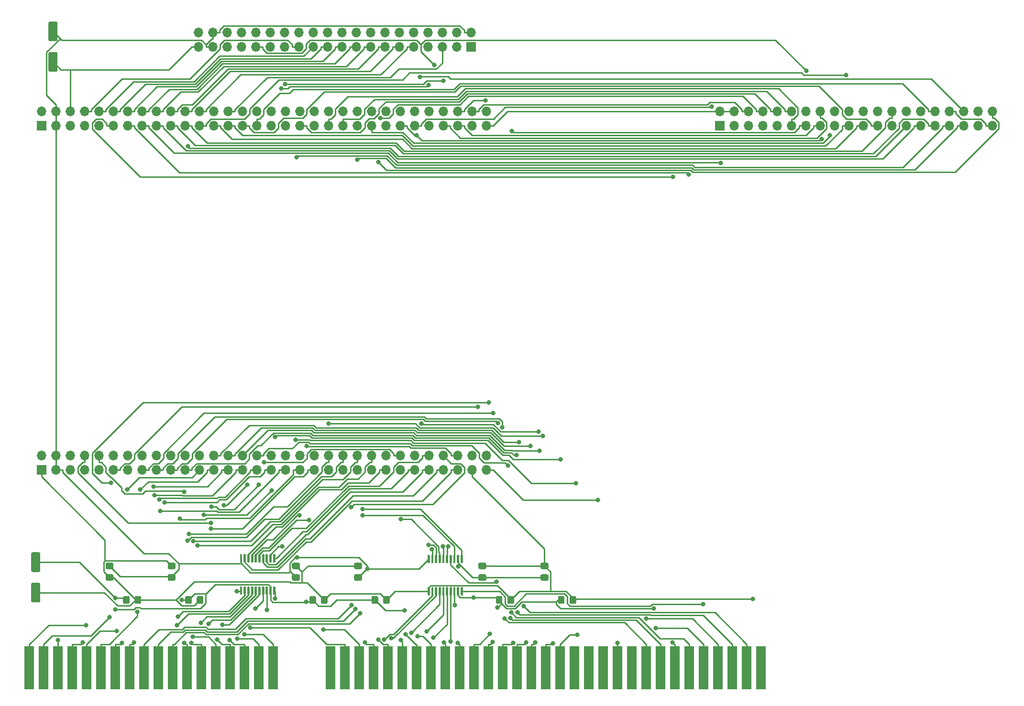
<source format=gbr>
%TF.GenerationSoftware,KiCad,Pcbnew,5.1.6-c6e7f7d~86~ubuntu18.04.1*%
%TF.CreationDate,2021-01-30T18:03:06+08:00*%
%TF.ProjectId,amiga_ocs,616d6967-615f-46f6-9373-2e6b69636164,rev?*%
%TF.SameCoordinates,Original*%
%TF.FileFunction,Copper,L1,Top*%
%TF.FilePolarity,Positive*%
%FSLAX46Y46*%
G04 Gerber Fmt 4.6, Leading zero omitted, Abs format (unit mm)*
G04 Created by KiCad (PCBNEW 5.1.6-c6e7f7d~86~ubuntu18.04.1) date 2021-01-30 18:03:06*
%MOMM*%
%LPD*%
G01*
G04 APERTURE LIST*
%TA.AperFunction,ComponentPad*%
%ADD10O,1.700000X1.700000*%
%TD*%
%TA.AperFunction,ComponentPad*%
%ADD11R,1.700000X1.700000*%
%TD*%
%TA.AperFunction,ConnectorPad*%
%ADD12R,1.780000X7.620000*%
%TD*%
%TA.AperFunction,ViaPad*%
%ADD13C,0.800000*%
%TD*%
%TA.AperFunction,Conductor*%
%ADD14C,0.250000*%
%TD*%
G04 APERTURE END LIST*
D10*
%TO.P,J5,40*%
%TO.N,GPIO21*%
X210260000Y-45460000D03*
%TO.P,J5,39*%
%TO.N,GND*%
X210260000Y-48000000D03*
%TO.P,J5,38*%
%TO.N,GPIO20*%
X207720000Y-45460000D03*
%TO.P,J5,37*%
%TO.N,GPIO26*%
X207720000Y-48000000D03*
%TO.P,J5,36*%
%TO.N,GPIO16*%
X205180000Y-45460000D03*
%TO.P,J5,35*%
%TO.N,GPIO19*%
X205180000Y-48000000D03*
%TO.P,J5,34*%
%TO.N,GND*%
X202640000Y-45460000D03*
%TO.P,J5,33*%
%TO.N,GPIO13*%
X202640000Y-48000000D03*
%TO.P,J5,32*%
%TO.N,GPIO12*%
X200100000Y-45460000D03*
%TO.P,J5,31*%
%TO.N,GPIO6*%
X200100000Y-48000000D03*
%TO.P,J5,30*%
%TO.N,GND*%
X197560000Y-45460000D03*
%TO.P,J5,29*%
%TO.N,GPIO5*%
X197560000Y-48000000D03*
%TO.P,J5,28*%
%TO.N,GPIO1*%
X195020000Y-45460000D03*
%TO.P,J5,27*%
%TO.N,GPIO0*%
X195020000Y-48000000D03*
%TO.P,J5,26*%
%TO.N,GPIO7*%
X192480000Y-45460000D03*
%TO.P,J5,25*%
%TO.N,GND*%
X192480000Y-48000000D03*
%TO.P,J5,24*%
%TO.N,GPIO8*%
X189940000Y-45460000D03*
%TO.P,J5,23*%
%TO.N,GPIO11*%
X189940000Y-48000000D03*
%TO.P,J5,22*%
%TO.N,GPIO25*%
X187400000Y-45460000D03*
%TO.P,J5,21*%
%TO.N,GPIO9*%
X187400000Y-48000000D03*
%TO.P,J5,20*%
%TO.N,GND*%
X184860000Y-45460000D03*
%TO.P,J5,19*%
%TO.N,GPIO10*%
X184860000Y-48000000D03*
%TO.P,J5,18*%
%TO.N,GPIO24*%
X182320000Y-45460000D03*
%TO.P,J5,17*%
%TO.N,+3V3*%
X182320000Y-48000000D03*
%TO.P,J5,16*%
%TO.N,GPIO23*%
X179780000Y-45460000D03*
%TO.P,J5,15*%
%TO.N,GPIO22*%
X179780000Y-48000000D03*
%TO.P,J5,14*%
%TO.N,GND*%
X177240000Y-45460000D03*
%TO.P,J5,13*%
%TO.N,GPIO27*%
X177240000Y-48000000D03*
%TO.P,J5,12*%
%TO.N,GPIO18*%
X174700000Y-45460000D03*
%TO.P,J5,11*%
%TO.N,GPIO17*%
X174700000Y-48000000D03*
%TO.P,J5,10*%
%TO.N,GPIO15*%
X172160000Y-45460000D03*
%TO.P,J5,9*%
%TO.N,GND*%
X172160000Y-48000000D03*
%TO.P,J5,8*%
%TO.N,GPIO14*%
X169620000Y-45460000D03*
%TO.P,J5,7*%
%TO.N,GPIO4*%
X169620000Y-48000000D03*
%TO.P,J5,6*%
%TO.N,GND*%
X167080000Y-45460000D03*
%TO.P,J5,5*%
%TO.N,GPIO3*%
X167080000Y-48000000D03*
%TO.P,J5,4*%
%TO.N,+5V*%
X164540000Y-45460000D03*
%TO.P,J5,3*%
%TO.N,GPIO2*%
X164540000Y-48000000D03*
%TO.P,J5,2*%
%TO.N,+5V*%
X162000000Y-45460000D03*
D11*
%TO.P,J5,1*%
%TO.N,+3V3*%
X162000000Y-48000000D03*
%TD*%
%TO.P,C18,2*%
%TO.N,GND*%
%TA.AperFunction,SMDPad,CuDef*%
G36*
G01*
X87450001Y-126550000D02*
X86549999Y-126550000D01*
G75*
G02*
X86300000Y-126300001I0J249999D01*
G01*
X86300000Y-125649999D01*
G75*
G02*
X86549999Y-125400000I249999J0D01*
G01*
X87450001Y-125400000D01*
G75*
G02*
X87700000Y-125649999I0J-249999D01*
G01*
X87700000Y-126300001D01*
G75*
G02*
X87450001Y-126550000I-249999J0D01*
G01*
G37*
%TD.AperFunction*%
%TO.P,C18,1*%
%TO.N,+3V3*%
%TA.AperFunction,SMDPad,CuDef*%
G36*
G01*
X87450001Y-128600000D02*
X86549999Y-128600000D01*
G75*
G02*
X86300000Y-128350001I0J249999D01*
G01*
X86300000Y-127699999D01*
G75*
G02*
X86549999Y-127450000I249999J0D01*
G01*
X87450001Y-127450000D01*
G75*
G02*
X87700000Y-127699999I0J-249999D01*
G01*
X87700000Y-128350001D01*
G75*
G02*
X87450001Y-128600000I-249999J0D01*
G01*
G37*
%TD.AperFunction*%
%TD*%
%TO.P,C17,2*%
%TO.N,GND*%
%TA.AperFunction,SMDPad,CuDef*%
G36*
G01*
X98450001Y-126550000D02*
X97549999Y-126550000D01*
G75*
G02*
X97300000Y-126300001I0J249999D01*
G01*
X97300000Y-125649999D01*
G75*
G02*
X97549999Y-125400000I249999J0D01*
G01*
X98450001Y-125400000D01*
G75*
G02*
X98700000Y-125649999I0J-249999D01*
G01*
X98700000Y-126300001D01*
G75*
G02*
X98450001Y-126550000I-249999J0D01*
G01*
G37*
%TD.AperFunction*%
%TO.P,C17,1*%
%TO.N,+3V3*%
%TA.AperFunction,SMDPad,CuDef*%
G36*
G01*
X98450001Y-128600000D02*
X97549999Y-128600000D01*
G75*
G02*
X97300000Y-128350001I0J249999D01*
G01*
X97300000Y-127699999D01*
G75*
G02*
X97549999Y-127450000I249999J0D01*
G01*
X98450001Y-127450000D01*
G75*
G02*
X98700000Y-127699999I0J-249999D01*
G01*
X98700000Y-128350001D01*
G75*
G02*
X98450001Y-128600000I-249999J0D01*
G01*
G37*
%TD.AperFunction*%
%TD*%
%TO.P,C16,2*%
%TO.N,GND*%
%TA.AperFunction,SMDPad,CuDef*%
G36*
G01*
X120450001Y-126550000D02*
X119549999Y-126550000D01*
G75*
G02*
X119300000Y-126300001I0J249999D01*
G01*
X119300000Y-125649999D01*
G75*
G02*
X119549999Y-125400000I249999J0D01*
G01*
X120450001Y-125400000D01*
G75*
G02*
X120700000Y-125649999I0J-249999D01*
G01*
X120700000Y-126300001D01*
G75*
G02*
X120450001Y-126550000I-249999J0D01*
G01*
G37*
%TD.AperFunction*%
%TO.P,C16,1*%
%TO.N,+3V3*%
%TA.AperFunction,SMDPad,CuDef*%
G36*
G01*
X120450001Y-128600000D02*
X119549999Y-128600000D01*
G75*
G02*
X119300000Y-128350001I0J249999D01*
G01*
X119300000Y-127699999D01*
G75*
G02*
X119549999Y-127450000I249999J0D01*
G01*
X120450001Y-127450000D01*
G75*
G02*
X120700000Y-127699999I0J-249999D01*
G01*
X120700000Y-128350001D01*
G75*
G02*
X120450001Y-128600000I-249999J0D01*
G01*
G37*
%TD.AperFunction*%
%TD*%
%TO.P,C15,2*%
%TO.N,GND*%
%TA.AperFunction,SMDPad,CuDef*%
G36*
G01*
X131450001Y-126550000D02*
X130549999Y-126550000D01*
G75*
G02*
X130300000Y-126300001I0J249999D01*
G01*
X130300000Y-125649999D01*
G75*
G02*
X130549999Y-125400000I249999J0D01*
G01*
X131450001Y-125400000D01*
G75*
G02*
X131700000Y-125649999I0J-249999D01*
G01*
X131700000Y-126300001D01*
G75*
G02*
X131450001Y-126550000I-249999J0D01*
G01*
G37*
%TD.AperFunction*%
%TO.P,C15,1*%
%TO.N,+3V3*%
%TA.AperFunction,SMDPad,CuDef*%
G36*
G01*
X131450001Y-128600000D02*
X130549999Y-128600000D01*
G75*
G02*
X130300000Y-128350001I0J249999D01*
G01*
X130300000Y-127699999D01*
G75*
G02*
X130549999Y-127450000I249999J0D01*
G01*
X131450001Y-127450000D01*
G75*
G02*
X131700000Y-127699999I0J-249999D01*
G01*
X131700000Y-128350001D01*
G75*
G02*
X131450001Y-128600000I-249999J0D01*
G01*
G37*
%TD.AperFunction*%
%TD*%
%TO.P,C12,2*%
%TO.N,GND*%
%TA.AperFunction,SMDPad,CuDef*%
G36*
G01*
X65450001Y-126550000D02*
X64549999Y-126550000D01*
G75*
G02*
X64300000Y-126300001I0J249999D01*
G01*
X64300000Y-125649999D01*
G75*
G02*
X64549999Y-125400000I249999J0D01*
G01*
X65450001Y-125400000D01*
G75*
G02*
X65700000Y-125649999I0J-249999D01*
G01*
X65700000Y-126300001D01*
G75*
G02*
X65450001Y-126550000I-249999J0D01*
G01*
G37*
%TD.AperFunction*%
%TO.P,C12,1*%
%TO.N,+3V3*%
%TA.AperFunction,SMDPad,CuDef*%
G36*
G01*
X65450001Y-128600000D02*
X64549999Y-128600000D01*
G75*
G02*
X64300000Y-128350001I0J249999D01*
G01*
X64300000Y-127699999D01*
G75*
G02*
X64549999Y-127450000I249999J0D01*
G01*
X65450001Y-127450000D01*
G75*
G02*
X65700000Y-127699999I0J-249999D01*
G01*
X65700000Y-128350001D01*
G75*
G02*
X65450001Y-128600000I-249999J0D01*
G01*
G37*
%TD.AperFunction*%
%TD*%
%TO.P,C11,2*%
%TO.N,GND*%
%TA.AperFunction,SMDPad,CuDef*%
G36*
G01*
X53549999Y-127450000D02*
X54450001Y-127450000D01*
G75*
G02*
X54700000Y-127699999I0J-249999D01*
G01*
X54700000Y-128350001D01*
G75*
G02*
X54450001Y-128600000I-249999J0D01*
G01*
X53549999Y-128600000D01*
G75*
G02*
X53300000Y-128350001I0J249999D01*
G01*
X53300000Y-127699999D01*
G75*
G02*
X53549999Y-127450000I249999J0D01*
G01*
G37*
%TD.AperFunction*%
%TO.P,C11,1*%
%TO.N,+3V3*%
%TA.AperFunction,SMDPad,CuDef*%
G36*
G01*
X53549999Y-125400000D02*
X54450001Y-125400000D01*
G75*
G02*
X54700000Y-125649999I0J-249999D01*
G01*
X54700000Y-126300001D01*
G75*
G02*
X54450001Y-126550000I-249999J0D01*
G01*
X53549999Y-126550000D01*
G75*
G02*
X53300000Y-126300001I0J249999D01*
G01*
X53300000Y-125649999D01*
G75*
G02*
X53549999Y-125400000I249999J0D01*
G01*
G37*
%TD.AperFunction*%
%TD*%
%TO.P,C10,2*%
%TO.N,GND*%
%TA.AperFunction,SMDPad,CuDef*%
G36*
G01*
X43450000Y-34950000D02*
X44550000Y-34950000D01*
G75*
G02*
X44800000Y-35200000I0J-250000D01*
G01*
X44800000Y-38200000D01*
G75*
G02*
X44550000Y-38450000I-250000J0D01*
G01*
X43450000Y-38450000D01*
G75*
G02*
X43200000Y-38200000I0J250000D01*
G01*
X43200000Y-35200000D01*
G75*
G02*
X43450000Y-34950000I250000J0D01*
G01*
G37*
%TD.AperFunction*%
%TO.P,C10,1*%
%TO.N,+3V3*%
%TA.AperFunction,SMDPad,CuDef*%
G36*
G01*
X43450000Y-29550000D02*
X44550000Y-29550000D01*
G75*
G02*
X44800000Y-29800000I0J-250000D01*
G01*
X44800000Y-32800000D01*
G75*
G02*
X44550000Y-33050000I-250000J0D01*
G01*
X43450000Y-33050000D01*
G75*
G02*
X43200000Y-32800000I0J250000D01*
G01*
X43200000Y-29800000D01*
G75*
G02*
X43450000Y-29550000I250000J0D01*
G01*
G37*
%TD.AperFunction*%
%TD*%
%TO.P,C9,2*%
%TO.N,GND*%
%TA.AperFunction,SMDPad,CuDef*%
G36*
G01*
X135450000Y-132450001D02*
X135450000Y-131549999D01*
G75*
G02*
X135699999Y-131300000I249999J0D01*
G01*
X136350001Y-131300000D01*
G75*
G02*
X136600000Y-131549999I0J-249999D01*
G01*
X136600000Y-132450001D01*
G75*
G02*
X136350001Y-132700000I-249999J0D01*
G01*
X135699999Y-132700000D01*
G75*
G02*
X135450000Y-132450001I0J249999D01*
G01*
G37*
%TD.AperFunction*%
%TO.P,C9,1*%
%TO.N,+5V*%
%TA.AperFunction,SMDPad,CuDef*%
G36*
G01*
X133400000Y-132450001D02*
X133400000Y-131549999D01*
G75*
G02*
X133649999Y-131300000I249999J0D01*
G01*
X134300001Y-131300000D01*
G75*
G02*
X134550000Y-131549999I0J-249999D01*
G01*
X134550000Y-132450001D01*
G75*
G02*
X134300001Y-132700000I-249999J0D01*
G01*
X133649999Y-132700000D01*
G75*
G02*
X133400000Y-132450001I0J249999D01*
G01*
G37*
%TD.AperFunction*%
%TD*%
%TO.P,C8,2*%
%TO.N,GND*%
%TA.AperFunction,SMDPad,CuDef*%
G36*
G01*
X124450000Y-132450001D02*
X124450000Y-131549999D01*
G75*
G02*
X124699999Y-131300000I249999J0D01*
G01*
X125350001Y-131300000D01*
G75*
G02*
X125600000Y-131549999I0J-249999D01*
G01*
X125600000Y-132450001D01*
G75*
G02*
X125350001Y-132700000I-249999J0D01*
G01*
X124699999Y-132700000D01*
G75*
G02*
X124450000Y-132450001I0J249999D01*
G01*
G37*
%TD.AperFunction*%
%TO.P,C8,1*%
%TO.N,+5V*%
%TA.AperFunction,SMDPad,CuDef*%
G36*
G01*
X122400000Y-132450001D02*
X122400000Y-131549999D01*
G75*
G02*
X122649999Y-131300000I249999J0D01*
G01*
X123300001Y-131300000D01*
G75*
G02*
X123550000Y-131549999I0J-249999D01*
G01*
X123550000Y-132450001D01*
G75*
G02*
X123300001Y-132700000I-249999J0D01*
G01*
X122649999Y-132700000D01*
G75*
G02*
X122400000Y-132450001I0J249999D01*
G01*
G37*
%TD.AperFunction*%
%TD*%
%TO.P,C7,2*%
%TO.N,GND*%
%TA.AperFunction,SMDPad,CuDef*%
G36*
G01*
X102450000Y-132450001D02*
X102450000Y-131549999D01*
G75*
G02*
X102699999Y-131300000I249999J0D01*
G01*
X103350001Y-131300000D01*
G75*
G02*
X103600000Y-131549999I0J-249999D01*
G01*
X103600000Y-132450001D01*
G75*
G02*
X103350001Y-132700000I-249999J0D01*
G01*
X102699999Y-132700000D01*
G75*
G02*
X102450000Y-132450001I0J249999D01*
G01*
G37*
%TD.AperFunction*%
%TO.P,C7,1*%
%TO.N,+5V*%
%TA.AperFunction,SMDPad,CuDef*%
G36*
G01*
X100400000Y-132450001D02*
X100400000Y-131549999D01*
G75*
G02*
X100649999Y-131300000I249999J0D01*
G01*
X101300001Y-131300000D01*
G75*
G02*
X101550000Y-131549999I0J-249999D01*
G01*
X101550000Y-132450001D01*
G75*
G02*
X101300001Y-132700000I-249999J0D01*
G01*
X100649999Y-132700000D01*
G75*
G02*
X100400000Y-132450001I0J249999D01*
G01*
G37*
%TD.AperFunction*%
%TD*%
%TO.P,C6,2*%
%TO.N,GND*%
%TA.AperFunction,SMDPad,CuDef*%
G36*
G01*
X91450000Y-132450001D02*
X91450000Y-131549999D01*
G75*
G02*
X91699999Y-131300000I249999J0D01*
G01*
X92350001Y-131300000D01*
G75*
G02*
X92600000Y-131549999I0J-249999D01*
G01*
X92600000Y-132450001D01*
G75*
G02*
X92350001Y-132700000I-249999J0D01*
G01*
X91699999Y-132700000D01*
G75*
G02*
X91450000Y-132450001I0J249999D01*
G01*
G37*
%TD.AperFunction*%
%TO.P,C6,1*%
%TO.N,+5V*%
%TA.AperFunction,SMDPad,CuDef*%
G36*
G01*
X89400000Y-132450001D02*
X89400000Y-131549999D01*
G75*
G02*
X89649999Y-131300000I249999J0D01*
G01*
X90300001Y-131300000D01*
G75*
G02*
X90550000Y-131549999I0J-249999D01*
G01*
X90550000Y-132450001D01*
G75*
G02*
X90300001Y-132700000I-249999J0D01*
G01*
X89649999Y-132700000D01*
G75*
G02*
X89400000Y-132450001I0J249999D01*
G01*
G37*
%TD.AperFunction*%
%TD*%
%TO.P,C3,2*%
%TO.N,GND*%
%TA.AperFunction,SMDPad,CuDef*%
G36*
G01*
X69450000Y-132450001D02*
X69450000Y-131549999D01*
G75*
G02*
X69699999Y-131300000I249999J0D01*
G01*
X70350001Y-131300000D01*
G75*
G02*
X70600000Y-131549999I0J-249999D01*
G01*
X70600000Y-132450001D01*
G75*
G02*
X70350001Y-132700000I-249999J0D01*
G01*
X69699999Y-132700000D01*
G75*
G02*
X69450000Y-132450001I0J249999D01*
G01*
G37*
%TD.AperFunction*%
%TO.P,C3,1*%
%TO.N,+5V*%
%TA.AperFunction,SMDPad,CuDef*%
G36*
G01*
X67400000Y-132450001D02*
X67400000Y-131549999D01*
G75*
G02*
X67649999Y-131300000I249999J0D01*
G01*
X68300001Y-131300000D01*
G75*
G02*
X68550000Y-131549999I0J-249999D01*
G01*
X68550000Y-132450001D01*
G75*
G02*
X68300001Y-132700000I-249999J0D01*
G01*
X67649999Y-132700000D01*
G75*
G02*
X67400000Y-132450001I0J249999D01*
G01*
G37*
%TD.AperFunction*%
%TD*%
%TO.P,C2,2*%
%TO.N,GND*%
%TA.AperFunction,SMDPad,CuDef*%
G36*
G01*
X58450000Y-132450001D02*
X58450000Y-131549999D01*
G75*
G02*
X58699999Y-131300000I249999J0D01*
G01*
X59350001Y-131300000D01*
G75*
G02*
X59600000Y-131549999I0J-249999D01*
G01*
X59600000Y-132450001D01*
G75*
G02*
X59350001Y-132700000I-249999J0D01*
G01*
X58699999Y-132700000D01*
G75*
G02*
X58450000Y-132450001I0J249999D01*
G01*
G37*
%TD.AperFunction*%
%TO.P,C2,1*%
%TO.N,+5V*%
%TA.AperFunction,SMDPad,CuDef*%
G36*
G01*
X56400000Y-132450001D02*
X56400000Y-131549999D01*
G75*
G02*
X56649999Y-131300000I249999J0D01*
G01*
X57300001Y-131300000D01*
G75*
G02*
X57550000Y-131549999I0J-249999D01*
G01*
X57550000Y-132450001D01*
G75*
G02*
X57300001Y-132700000I-249999J0D01*
G01*
X56649999Y-132700000D01*
G75*
G02*
X56400000Y-132450001I0J249999D01*
G01*
G37*
%TD.AperFunction*%
%TD*%
%TO.P,C1,2*%
%TO.N,GND*%
%TA.AperFunction,SMDPad,CuDef*%
G36*
G01*
X40395000Y-128949000D02*
X41495000Y-128949000D01*
G75*
G02*
X41745000Y-129199000I0J-250000D01*
G01*
X41745000Y-132199000D01*
G75*
G02*
X41495000Y-132449000I-250000J0D01*
G01*
X40395000Y-132449000D01*
G75*
G02*
X40145000Y-132199000I0J250000D01*
G01*
X40145000Y-129199000D01*
G75*
G02*
X40395000Y-128949000I250000J0D01*
G01*
G37*
%TD.AperFunction*%
%TO.P,C1,1*%
%TO.N,+5V*%
%TA.AperFunction,SMDPad,CuDef*%
G36*
G01*
X40395000Y-123549000D02*
X41495000Y-123549000D01*
G75*
G02*
X41745000Y-123799000I0J-250000D01*
G01*
X41745000Y-126799000D01*
G75*
G02*
X41495000Y-127049000I-250000J0D01*
G01*
X40395000Y-127049000D01*
G75*
G02*
X40145000Y-126799000I0J250000D01*
G01*
X40145000Y-123799000D01*
G75*
G02*
X40395000Y-123549000I250000J0D01*
G01*
G37*
%TD.AperFunction*%
%TD*%
D12*
%TO.P,J1,98*%
%TO.N,WIRE4_8*%
X39824000Y-144000000D03*
%TO.P,J1,97*%
%TO.N,WIRE4_7*%
X42364000Y-144000000D03*
%TO.P,J1,96*%
%TO.N,WIRE4_6*%
X44904000Y-144000000D03*
%TO.P,J1,95*%
%TO.N,WIRE4_5*%
X47444000Y-144000000D03*
%TO.P,J1,94*%
%TO.N,WIRE4_4*%
X49984000Y-144000000D03*
%TO.P,J1,93*%
%TO.N,WIRE4_3*%
X52524000Y-144000000D03*
%TO.P,J1,92*%
%TO.N,WIRE4_2*%
X55064000Y-144000000D03*
%TO.P,J1,91*%
%TO.N,WIRE4_1*%
X57604000Y-144000000D03*
%TO.P,J1,90*%
%TO.N,WIRE6_3*%
X60144000Y-144000000D03*
%TO.P,J1,89*%
%TO.N,WIRE6_2*%
X62684000Y-144000000D03*
%TO.P,J1,88*%
%TO.N,WIRE6_1*%
X65224000Y-144000000D03*
%TO.P,J1,87*%
%TO.N,WIRE8_8*%
X67764000Y-144000000D03*
%TO.P,J1,86*%
%TO.N,WIRE8_7*%
X70304000Y-144000000D03*
%TO.P,J1,85*%
%TO.N,WIRE8_6*%
X72844000Y-144000000D03*
%TO.P,J1,84*%
%TO.N,WIRE8_5*%
X75384000Y-144000000D03*
%TO.P,J1,83*%
%TO.N,WIRE8_4*%
X77924000Y-144000000D03*
%TO.P,J1,82*%
%TO.N,WIRE8_3*%
X80464000Y-144000000D03*
%TO.P,J1,81*%
%TO.N,WIRE8_2*%
X83004000Y-144000000D03*
%TO.P,J1,62*%
%TO.N,Net-(J1-Pad62)*%
X93164000Y-144000000D03*
%TO.P,J1,61*%
%TO.N,WIRE8_1*%
X95704000Y-144000000D03*
%TO.P,J1,60*%
%TO.N,WIRE5_8*%
X98244000Y-144000000D03*
%TO.P,J1,59*%
%TO.N,WIRE5_7*%
X100784000Y-144000000D03*
%TO.P,J1,58*%
%TO.N,WIRE5_6*%
X103324000Y-144000000D03*
%TO.P,J1,57*%
%TO.N,WIRE5_5*%
X105864000Y-144000000D03*
%TO.P,J1,56*%
%TO.N,WIRE5_4*%
X108404000Y-144000000D03*
%TO.P,J1,55*%
%TO.N,WIRE5_3*%
X110944000Y-144000000D03*
%TO.P,J1,54*%
%TO.N,WIRE5_2*%
X113484000Y-144000000D03*
%TO.P,J1,53*%
%TO.N,WIRE5_1*%
X116024000Y-144000000D03*
%TO.P,J1,52*%
%TO.N,WIRE7_8*%
X118564000Y-144000000D03*
%TO.P,J1,51*%
%TO.N,WIRE7_7*%
X121104000Y-144000000D03*
%TO.P,J1,50*%
%TO.N,WIRE7_6*%
X123644000Y-144000000D03*
%TO.P,J1,49*%
%TO.N,WIRE7_5*%
X126184000Y-144000000D03*
%TO.P,J1,48*%
%TO.N,WIRE7_4*%
X128724000Y-144000000D03*
%TO.P,J1,47*%
%TO.N,WIRE7_3*%
X131264000Y-144000000D03*
%TO.P,J1,46*%
%TO.N,WIRE7_2*%
X133804000Y-144000000D03*
%TO.P,J1,45*%
%TO.N,Net-(J1-Pad45)*%
X136344000Y-144000000D03*
%TO.P,J1,44*%
%TO.N,Net-(J1-Pad44)*%
X138884000Y-144000000D03*
%TO.P,J1,43*%
%TO.N,Net-(J1-Pad43)*%
X141424000Y-144000000D03*
%TO.P,J1,42*%
%TO.N,WIRE7_1*%
X143964000Y-144000000D03*
%TO.P,J1,41*%
%TO.N,Net-(J1-Pad41)*%
X146504000Y-144000000D03*
%TO.P,J1,40*%
%TO.N,WIRE3_8*%
X149044000Y-144000000D03*
%TO.P,J1,39*%
%TO.N,WIRE3_7*%
X151584000Y-144000000D03*
%TO.P,J1,38*%
%TO.N,WIRE3_6*%
X154124000Y-144000000D03*
%TO.P,J1,37*%
%TO.N,WIRE3_5*%
X156664000Y-144000000D03*
%TO.P,J1,36*%
%TO.N,WIRE3_4*%
X159204000Y-144000000D03*
%TO.P,J1,35*%
%TO.N,WIRE3_3*%
X161744000Y-144000000D03*
%TO.P,J1,34*%
%TO.N,WIRE3_2*%
X164284000Y-144000000D03*
%TO.P,J1,33*%
%TO.N,WIRE3_1*%
X166824000Y-144000000D03*
%TO.P,J1,32*%
%TO.N,Net-(J1-Pad32)*%
X169364000Y-144000000D03*
%TD*%
D10*
%TO.P,J2,64*%
%TO.N,+5V*%
X120740000Y-106460000D03*
%TO.P,J2,63*%
X120740000Y-109000000D03*
%TO.P,J2,62*%
%TO.N,GND*%
X118200000Y-106460000D03*
%TO.P,J2,61*%
X118200000Y-109000000D03*
%TO.P,J2,60*%
%TO.N,IPL2*%
X115660000Y-106460000D03*
%TO.P,J2,59*%
%TO.N,BERR*%
X115660000Y-109000000D03*
%TO.P,J2,58*%
%TO.N,IPL1*%
X113120000Y-106460000D03*
%TO.P,J2,57*%
%TO.N,VPA*%
X113120000Y-109000000D03*
%TO.P,J2,56*%
%TO.N,IPL0*%
X110580000Y-106460000D03*
%TO.P,J2,55*%
%TO.N,E*%
X110580000Y-109000000D03*
%TO.P,J2,54*%
%TO.N,AS*%
X108040000Y-106460000D03*
%TO.P,J2,53*%
%TO.N,VMA*%
X108040000Y-109000000D03*
%TO.P,J2,52*%
%TO.N,A23*%
X105500000Y-106460000D03*
%TO.P,J2,51*%
%TO.N,BGACK*%
X105500000Y-109000000D03*
%TO.P,J2,50*%
%TO.N,A22*%
X102960000Y-106460000D03*
%TO.P,J2,49*%
%TO.N,DTACK*%
X102960000Y-109000000D03*
%TO.P,J2,48*%
%TO.N,A21*%
X100420000Y-106460000D03*
%TO.P,J2,47*%
%TO.N,UDS*%
X100420000Y-109000000D03*
%TO.P,J2,46*%
%TO.N,A20*%
X97880000Y-106460000D03*
%TO.P,J2,45*%
%TO.N,LDS*%
X97880000Y-109000000D03*
%TO.P,J2,44*%
%TO.N,A19*%
X95340000Y-106460000D03*
%TO.P,J2,43*%
%TO.N,RST*%
X95340000Y-109000000D03*
%TO.P,J2,42*%
%TO.N,A18*%
X92800000Y-106460000D03*
%TO.P,J2,41*%
%TO.N,CPU_CLK*%
X92800000Y-109000000D03*
%TO.P,J2,40*%
%TO.N,A17*%
X90260000Y-106460000D03*
%TO.P,J2,39*%
%TO.N,RW*%
X90260000Y-109000000D03*
%TO.P,J2,38*%
%TO.N,A16*%
X87720000Y-106460000D03*
%TO.P,J2,37*%
%TO.N,D15*%
X87720000Y-109000000D03*
%TO.P,J2,36*%
%TO.N,A15*%
X85180000Y-106460000D03*
%TO.P,J2,35*%
%TO.N,D14*%
X85180000Y-109000000D03*
%TO.P,J2,34*%
%TO.N,A14*%
X82640000Y-106460000D03*
%TO.P,J2,33*%
%TO.N,D13*%
X82640000Y-109000000D03*
%TO.P,J2,32*%
%TO.N,A13*%
X80100000Y-106460000D03*
%TO.P,J2,31*%
%TO.N,D12*%
X80100000Y-109000000D03*
%TO.P,J2,30*%
%TO.N,A12*%
X77560000Y-106460000D03*
%TO.P,J2,29*%
%TO.N,D11*%
X77560000Y-109000000D03*
%TO.P,J2,28*%
%TO.N,A11*%
X75020000Y-106460000D03*
%TO.P,J2,27*%
%TO.N,D10*%
X75020000Y-109000000D03*
%TO.P,J2,26*%
%TO.N,A10*%
X72480000Y-106460000D03*
%TO.P,J2,25*%
%TO.N,D9*%
X72480000Y-109000000D03*
%TO.P,J2,24*%
%TO.N,A9*%
X69940000Y-106460000D03*
%TO.P,J2,23*%
%TO.N,D8*%
X69940000Y-109000000D03*
%TO.P,J2,22*%
%TO.N,A8*%
X67400000Y-106460000D03*
%TO.P,J2,21*%
%TO.N,D7*%
X67400000Y-109000000D03*
%TO.P,J2,20*%
%TO.N,A7*%
X64860000Y-106460000D03*
%TO.P,J2,19*%
%TO.N,D6*%
X64860000Y-109000000D03*
%TO.P,J2,18*%
%TO.N,A6*%
X62320000Y-106460000D03*
%TO.P,J2,17*%
%TO.N,D5*%
X62320000Y-109000000D03*
%TO.P,J2,16*%
%TO.N,A5*%
X59780000Y-106460000D03*
%TO.P,J2,15*%
%TO.N,D4*%
X59780000Y-109000000D03*
%TO.P,J2,14*%
%TO.N,A4*%
X57240000Y-106460000D03*
%TO.P,J2,13*%
%TO.N,D3*%
X57240000Y-109000000D03*
%TO.P,J2,12*%
%TO.N,A3*%
X54700000Y-106460000D03*
%TO.P,J2,11*%
%TO.N,D2*%
X54700000Y-109000000D03*
%TO.P,J2,10*%
%TO.N,A2*%
X52160000Y-106460000D03*
%TO.P,J2,9*%
%TO.N,D1*%
X52160000Y-109000000D03*
%TO.P,J2,8*%
%TO.N,A1*%
X49620000Y-106460000D03*
%TO.P,J2,7*%
%TO.N,D0*%
X49620000Y-109000000D03*
%TO.P,J2,6*%
%TO.N,GND*%
X47080000Y-106460000D03*
%TO.P,J2,5*%
X47080000Y-109000000D03*
%TO.P,J2,4*%
%TO.N,+3V3*%
X44540000Y-106460000D03*
%TO.P,J2,3*%
X44540000Y-109000000D03*
%TO.P,J2,2*%
%TO.N,GND*%
X42000000Y-106460000D03*
D11*
%TO.P,J2,1*%
X42000000Y-109000000D03*
%TD*%
D10*
%TO.P,J3,64*%
%TO.N,+5V*%
X120740000Y-45460000D03*
%TO.P,J3,63*%
X120740000Y-48000000D03*
%TO.P,J3,62*%
%TO.N,GND*%
X118200000Y-45460000D03*
%TO.P,J3,61*%
X118200000Y-48000000D03*
%TO.P,J3,60*%
%TO.N,FC2*%
X115660000Y-45460000D03*
%TO.P,J3,59*%
%TO.N,GPIO22*%
X115660000Y-48000000D03*
%TO.P,J3,58*%
%TO.N,FC1*%
X113120000Y-45460000D03*
%TO.P,J3,57*%
%TO.N,GPIO23*%
X113120000Y-48000000D03*
%TO.P,J3,56*%
%TO.N,FC0*%
X110580000Y-45460000D03*
%TO.P,J3,55*%
%TO.N,GPIO24*%
X110580000Y-48000000D03*
%TO.P,J3,54*%
%TO.N,BG*%
X108040000Y-45460000D03*
%TO.P,J3,53*%
%TO.N,GPIO25*%
X108040000Y-48000000D03*
%TO.P,J3,52*%
%TO.N,BR*%
X105500000Y-45460000D03*
%TO.P,J3,51*%
%TO.N,GPIO26*%
X105500000Y-48000000D03*
%TO.P,J3,50*%
%TO.N,GPIO48*%
X102960000Y-45460000D03*
%TO.P,J3,49*%
%TO.N,GPIO21*%
X102960000Y-48000000D03*
%TO.P,J3,48*%
%TO.N,GPIO47*%
X100420000Y-45460000D03*
%TO.P,J3,47*%
%TO.N,GPIO20*%
X100420000Y-48000000D03*
%TO.P,J3,46*%
%TO.N,GPIO46*%
X97880000Y-45460000D03*
%TO.P,J3,45*%
%TO.N,GPIO19*%
X97880000Y-48000000D03*
%TO.P,J3,44*%
%TO.N,GPIO45*%
X95340000Y-45460000D03*
%TO.P,J3,43*%
%TO.N,GPIO18*%
X95340000Y-48000000D03*
%TO.P,J3,42*%
%TO.N,GPIO44*%
X92800000Y-45460000D03*
%TO.P,J3,41*%
%TO.N,GPIO17*%
X92800000Y-48000000D03*
%TO.P,J3,40*%
%TO.N,GPIO43*%
X90260000Y-45460000D03*
%TO.P,J3,39*%
%TO.N,GPIO16*%
X90260000Y-48000000D03*
%TO.P,J3,38*%
%TO.N,GPIO42*%
X87720000Y-45460000D03*
%TO.P,J3,37*%
%TO.N,GPIO15*%
X87720000Y-48000000D03*
%TO.P,J3,36*%
%TO.N,GPIO41*%
X85180000Y-45460000D03*
%TO.P,J3,35*%
%TO.N,GPIO14*%
X85180000Y-48000000D03*
%TO.P,J3,34*%
%TO.N,GPIO40*%
X82640000Y-45460000D03*
%TO.P,J3,33*%
%TO.N,GPIO13*%
X82640000Y-48000000D03*
%TO.P,J3,32*%
%TO.N,GPIO39*%
X80100000Y-45460000D03*
%TO.P,J3,31*%
%TO.N,GPIO12*%
X80100000Y-48000000D03*
%TO.P,J3,30*%
%TO.N,GPIO38*%
X77560000Y-45460000D03*
%TO.P,J3,29*%
%TO.N,GPIO11*%
X77560000Y-48000000D03*
%TO.P,J3,28*%
%TO.N,GPIO27*%
X75020000Y-45460000D03*
%TO.P,J3,27*%
%TO.N,GPIO10*%
X75020000Y-48000000D03*
%TO.P,J3,26*%
%TO.N,GPIO28*%
X72480000Y-45460000D03*
%TO.P,J3,25*%
%TO.N,GPIO9*%
X72480000Y-48000000D03*
%TO.P,J3,24*%
%TO.N,GPIO29*%
X69940000Y-45460000D03*
%TO.P,J3,23*%
%TO.N,GPIO8*%
X69940000Y-48000000D03*
%TO.P,J3,22*%
%TO.N,GPIO30*%
X67400000Y-45460000D03*
%TO.P,J3,21*%
%TO.N,GPIO7*%
X67400000Y-48000000D03*
%TO.P,J3,20*%
%TO.N,GPIO31*%
X64860000Y-45460000D03*
%TO.P,J3,19*%
%TO.N,GPIO6*%
X64860000Y-48000000D03*
%TO.P,J3,18*%
%TO.N,GPIO32*%
X62320000Y-45460000D03*
%TO.P,J3,17*%
%TO.N,GPIO5*%
X62320000Y-48000000D03*
%TO.P,J3,16*%
%TO.N,GPIO33*%
X59780000Y-45460000D03*
%TO.P,J3,15*%
%TO.N,GPIO4*%
X59780000Y-48000000D03*
%TO.P,J3,14*%
%TO.N,GPIO34*%
X57240000Y-45460000D03*
%TO.P,J3,13*%
%TO.N,GPIO3*%
X57240000Y-48000000D03*
%TO.P,J3,12*%
%TO.N,GPIO35*%
X54700000Y-45460000D03*
%TO.P,J3,11*%
%TO.N,GPIO2*%
X54700000Y-48000000D03*
%TO.P,J3,10*%
%TO.N,GPIO36*%
X52160000Y-45460000D03*
%TO.P,J3,9*%
%TO.N,GPIO1*%
X52160000Y-48000000D03*
%TO.P,J3,8*%
%TO.N,GPIO37*%
X49620000Y-45460000D03*
%TO.P,J3,7*%
%TO.N,GPIO0*%
X49620000Y-48000000D03*
%TO.P,J3,6*%
%TO.N,GND*%
X47080000Y-45460000D03*
%TO.P,J3,5*%
X47080000Y-48000000D03*
%TO.P,J3,4*%
%TO.N,+3V3*%
X44540000Y-45460000D03*
%TO.P,J3,3*%
X44540000Y-48000000D03*
%TO.P,J3,2*%
%TO.N,GND*%
X42000000Y-45460000D03*
D11*
%TO.P,J3,1*%
X42000000Y-48000000D03*
%TD*%
D10*
%TO.P,J4,40*%
%TO.N,GND*%
X69740000Y-31460000D03*
%TO.P,J4,39*%
X69740000Y-34000000D03*
%TO.P,J4,38*%
%TO.N,+3V3*%
X72280000Y-31460000D03*
%TO.P,J4,37*%
X72280000Y-34000000D03*
%TO.P,J4,36*%
%TO.N,Net-(J4-Pad36)*%
X74820000Y-31460000D03*
%TO.P,J4,35*%
%TO.N,GPIO26*%
X74820000Y-34000000D03*
%TO.P,J4,34*%
%TO.N,Net-(J4-Pad34)*%
X77360000Y-31460000D03*
%TO.P,J4,33*%
%TO.N,GPIO25*%
X77360000Y-34000000D03*
%TO.P,J4,32*%
%TO.N,Net-(J4-Pad32)*%
X79900000Y-31460000D03*
%TO.P,J4,31*%
%TO.N,GPIO24*%
X79900000Y-34000000D03*
%TO.P,J4,30*%
%TO.N,Net-(J4-Pad30)*%
X82440000Y-31460000D03*
%TO.P,J4,29*%
%TO.N,GPIO23*%
X82440000Y-34000000D03*
%TO.P,J4,28*%
%TO.N,Net-(J4-Pad28)*%
X84980000Y-31460000D03*
%TO.P,J4,27*%
%TO.N,GPIO22*%
X84980000Y-34000000D03*
%TO.P,J4,26*%
%TO.N,GPIO38*%
X87520000Y-31460000D03*
%TO.P,J4,25*%
%TO.N,GPIO37*%
X87520000Y-34000000D03*
%TO.P,J4,24*%
%TO.N,GPIO39*%
X90060000Y-31460000D03*
%TO.P,J4,23*%
%TO.N,GPIO36*%
X90060000Y-34000000D03*
%TO.P,J4,22*%
%TO.N,GPIO40*%
X92600000Y-31460000D03*
%TO.P,J4,21*%
%TO.N,GPIO35*%
X92600000Y-34000000D03*
%TO.P,J4,20*%
%TO.N,GPIO41*%
X95140000Y-31460000D03*
%TO.P,J4,19*%
%TO.N,GPIO34*%
X95140000Y-34000000D03*
%TO.P,J4,18*%
%TO.N,GPIO42*%
X97680000Y-31460000D03*
%TO.P,J4,17*%
%TO.N,GPIO33*%
X97680000Y-34000000D03*
%TO.P,J4,16*%
%TO.N,GPIO43*%
X100220000Y-31460000D03*
%TO.P,J4,15*%
%TO.N,GPIO32*%
X100220000Y-34000000D03*
%TO.P,J4,14*%
%TO.N,GPIO44*%
X102760000Y-31460000D03*
%TO.P,J4,13*%
%TO.N,GPIO31*%
X102760000Y-34000000D03*
%TO.P,J4,12*%
%TO.N,GPIO45*%
X105300000Y-31460000D03*
%TO.P,J4,11*%
%TO.N,GPIO30*%
X105300000Y-34000000D03*
%TO.P,J4,10*%
%TO.N,GPIO46*%
X107840000Y-31460000D03*
%TO.P,J4,9*%
%TO.N,GPIO29*%
X107840000Y-34000000D03*
%TO.P,J4,8*%
%TO.N,GPIO47*%
X110380000Y-31460000D03*
%TO.P,J4,7*%
%TO.N,GPIO28*%
X110380000Y-34000000D03*
%TO.P,J4,6*%
%TO.N,GPIO48*%
X112920000Y-31460000D03*
%TO.P,J4,5*%
%TO.N,GPIO27*%
X112920000Y-34000000D03*
%TO.P,J4,4*%
%TO.N,GND*%
X115460000Y-31460000D03*
%TO.P,J4,3*%
X115460000Y-34000000D03*
%TO.P,J4,2*%
%TO.N,+3V3*%
X118000000Y-31460000D03*
D11*
%TO.P,J4,1*%
X118000000Y-34000000D03*
%TD*%
%TO.P,U1,20*%
%TO.N,WIRE1_1*%
%TA.AperFunction,SMDPad,CuDef*%
G36*
G01*
X83049300Y-129616000D02*
X83249300Y-129616000D01*
G75*
G02*
X83349300Y-129716000I0J-100000D01*
G01*
X83349300Y-130991000D01*
G75*
G02*
X83249300Y-131091000I-100000J0D01*
G01*
X83049300Y-131091000D01*
G75*
G02*
X82949300Y-130991000I0J100000D01*
G01*
X82949300Y-129716000D01*
G75*
G02*
X83049300Y-129616000I100000J0D01*
G01*
G37*
%TD.AperFunction*%
%TO.P,U1,19*%
%TO.N,+5V*%
%TA.AperFunction,SMDPad,CuDef*%
G36*
G01*
X82399300Y-129616000D02*
X82599300Y-129616000D01*
G75*
G02*
X82699300Y-129716000I0J-100000D01*
G01*
X82699300Y-130991000D01*
G75*
G02*
X82599300Y-131091000I-100000J0D01*
G01*
X82399300Y-131091000D01*
G75*
G02*
X82299300Y-130991000I0J100000D01*
G01*
X82299300Y-129716000D01*
G75*
G02*
X82399300Y-129616000I100000J0D01*
G01*
G37*
%TD.AperFunction*%
%TO.P,U1,18*%
%TO.N,WIRE1_2*%
%TA.AperFunction,SMDPad,CuDef*%
G36*
G01*
X81749300Y-129616000D02*
X81949300Y-129616000D01*
G75*
G02*
X82049300Y-129716000I0J-100000D01*
G01*
X82049300Y-130991000D01*
G75*
G02*
X81949300Y-131091000I-100000J0D01*
G01*
X81749300Y-131091000D01*
G75*
G02*
X81649300Y-130991000I0J100000D01*
G01*
X81649300Y-129716000D01*
G75*
G02*
X81749300Y-129616000I100000J0D01*
G01*
G37*
%TD.AperFunction*%
%TO.P,U1,17*%
%TO.N,WIRE1_3*%
%TA.AperFunction,SMDPad,CuDef*%
G36*
G01*
X81099300Y-129616000D02*
X81299300Y-129616000D01*
G75*
G02*
X81399300Y-129716000I0J-100000D01*
G01*
X81399300Y-130991000D01*
G75*
G02*
X81299300Y-131091000I-100000J0D01*
G01*
X81099300Y-131091000D01*
G75*
G02*
X80999300Y-130991000I0J100000D01*
G01*
X80999300Y-129716000D01*
G75*
G02*
X81099300Y-129616000I100000J0D01*
G01*
G37*
%TD.AperFunction*%
%TO.P,U1,16*%
%TO.N,WIRE1_4*%
%TA.AperFunction,SMDPad,CuDef*%
G36*
G01*
X80449300Y-129616000D02*
X80649300Y-129616000D01*
G75*
G02*
X80749300Y-129716000I0J-100000D01*
G01*
X80749300Y-130991000D01*
G75*
G02*
X80649300Y-131091000I-100000J0D01*
G01*
X80449300Y-131091000D01*
G75*
G02*
X80349300Y-130991000I0J100000D01*
G01*
X80349300Y-129716000D01*
G75*
G02*
X80449300Y-129616000I100000J0D01*
G01*
G37*
%TD.AperFunction*%
%TO.P,U1,15*%
%TO.N,WIRE1_5*%
%TA.AperFunction,SMDPad,CuDef*%
G36*
G01*
X79799300Y-129616000D02*
X79999300Y-129616000D01*
G75*
G02*
X80099300Y-129716000I0J-100000D01*
G01*
X80099300Y-130991000D01*
G75*
G02*
X79999300Y-131091000I-100000J0D01*
G01*
X79799300Y-131091000D01*
G75*
G02*
X79699300Y-130991000I0J100000D01*
G01*
X79699300Y-129716000D01*
G75*
G02*
X79799300Y-129616000I100000J0D01*
G01*
G37*
%TD.AperFunction*%
%TO.P,U1,14*%
%TO.N,WIRE1_6*%
%TA.AperFunction,SMDPad,CuDef*%
G36*
G01*
X79149300Y-129616000D02*
X79349300Y-129616000D01*
G75*
G02*
X79449300Y-129716000I0J-100000D01*
G01*
X79449300Y-130991000D01*
G75*
G02*
X79349300Y-131091000I-100000J0D01*
G01*
X79149300Y-131091000D01*
G75*
G02*
X79049300Y-130991000I0J100000D01*
G01*
X79049300Y-129716000D01*
G75*
G02*
X79149300Y-129616000I100000J0D01*
G01*
G37*
%TD.AperFunction*%
%TO.P,U1,13*%
%TO.N,WIRE1_7*%
%TA.AperFunction,SMDPad,CuDef*%
G36*
G01*
X78499300Y-129616000D02*
X78699300Y-129616000D01*
G75*
G02*
X78799300Y-129716000I0J-100000D01*
G01*
X78799300Y-130991000D01*
G75*
G02*
X78699300Y-131091000I-100000J0D01*
G01*
X78499300Y-131091000D01*
G75*
G02*
X78399300Y-130991000I0J100000D01*
G01*
X78399300Y-129716000D01*
G75*
G02*
X78499300Y-129616000I100000J0D01*
G01*
G37*
%TD.AperFunction*%
%TO.P,U1,12*%
%TO.N,WIRE1_8*%
%TA.AperFunction,SMDPad,CuDef*%
G36*
G01*
X77849300Y-129616000D02*
X78049300Y-129616000D01*
G75*
G02*
X78149300Y-129716000I0J-100000D01*
G01*
X78149300Y-130991000D01*
G75*
G02*
X78049300Y-131091000I-100000J0D01*
G01*
X77849300Y-131091000D01*
G75*
G02*
X77749300Y-130991000I0J100000D01*
G01*
X77749300Y-129716000D01*
G75*
G02*
X77849300Y-129616000I100000J0D01*
G01*
G37*
%TD.AperFunction*%
%TO.P,U1,11*%
%TO.N,GND*%
%TA.AperFunction,SMDPad,CuDef*%
G36*
G01*
X77199300Y-129616000D02*
X77399300Y-129616000D01*
G75*
G02*
X77499300Y-129716000I0J-100000D01*
G01*
X77499300Y-130991000D01*
G75*
G02*
X77399300Y-131091000I-100000J0D01*
G01*
X77199300Y-131091000D01*
G75*
G02*
X77099300Y-130991000I0J100000D01*
G01*
X77099300Y-129716000D01*
G75*
G02*
X77199300Y-129616000I100000J0D01*
G01*
G37*
%TD.AperFunction*%
%TO.P,U1,10*%
%TO.N,+3V3*%
%TA.AperFunction,SMDPad,CuDef*%
G36*
G01*
X77199300Y-123891000D02*
X77399300Y-123891000D01*
G75*
G02*
X77499300Y-123991000I0J-100000D01*
G01*
X77499300Y-125266000D01*
G75*
G02*
X77399300Y-125366000I-100000J0D01*
G01*
X77199300Y-125366000D01*
G75*
G02*
X77099300Y-125266000I0J100000D01*
G01*
X77099300Y-123991000D01*
G75*
G02*
X77199300Y-123891000I100000J0D01*
G01*
G37*
%TD.AperFunction*%
%TO.P,U1,9*%
%TO.N,BERR*%
%TA.AperFunction,SMDPad,CuDef*%
G36*
G01*
X77849300Y-123891000D02*
X78049300Y-123891000D01*
G75*
G02*
X78149300Y-123991000I0J-100000D01*
G01*
X78149300Y-125266000D01*
G75*
G02*
X78049300Y-125366000I-100000J0D01*
G01*
X77849300Y-125366000D01*
G75*
G02*
X77749300Y-125266000I0J100000D01*
G01*
X77749300Y-123991000D01*
G75*
G02*
X77849300Y-123891000I100000J0D01*
G01*
G37*
%TD.AperFunction*%
%TO.P,U1,8*%
%TO.N,DTACK*%
%TA.AperFunction,SMDPad,CuDef*%
G36*
G01*
X78499300Y-123891000D02*
X78699300Y-123891000D01*
G75*
G02*
X78799300Y-123991000I0J-100000D01*
G01*
X78799300Y-125266000D01*
G75*
G02*
X78699300Y-125366000I-100000J0D01*
G01*
X78499300Y-125366000D01*
G75*
G02*
X78399300Y-125266000I0J100000D01*
G01*
X78399300Y-123991000D01*
G75*
G02*
X78499300Y-123891000I100000J0D01*
G01*
G37*
%TD.AperFunction*%
%TO.P,U1,7*%
%TO.N,IPL2*%
%TA.AperFunction,SMDPad,CuDef*%
G36*
G01*
X79149300Y-123891000D02*
X79349300Y-123891000D01*
G75*
G02*
X79449300Y-123991000I0J-100000D01*
G01*
X79449300Y-125266000D01*
G75*
G02*
X79349300Y-125366000I-100000J0D01*
G01*
X79149300Y-125366000D01*
G75*
G02*
X79049300Y-125266000I0J100000D01*
G01*
X79049300Y-123991000D01*
G75*
G02*
X79149300Y-123891000I100000J0D01*
G01*
G37*
%TD.AperFunction*%
%TO.P,U1,6*%
%TO.N,IPL1*%
%TA.AperFunction,SMDPad,CuDef*%
G36*
G01*
X79799300Y-123891000D02*
X79999300Y-123891000D01*
G75*
G02*
X80099300Y-123991000I0J-100000D01*
G01*
X80099300Y-125266000D01*
G75*
G02*
X79999300Y-125366000I-100000J0D01*
G01*
X79799300Y-125366000D01*
G75*
G02*
X79699300Y-125266000I0J100000D01*
G01*
X79699300Y-123991000D01*
G75*
G02*
X79799300Y-123891000I100000J0D01*
G01*
G37*
%TD.AperFunction*%
%TO.P,U1,5*%
%TO.N,IPL0*%
%TA.AperFunction,SMDPad,CuDef*%
G36*
G01*
X80449300Y-123891000D02*
X80649300Y-123891000D01*
G75*
G02*
X80749300Y-123991000I0J-100000D01*
G01*
X80749300Y-125266000D01*
G75*
G02*
X80649300Y-125366000I-100000J0D01*
G01*
X80449300Y-125366000D01*
G75*
G02*
X80349300Y-125266000I0J100000D01*
G01*
X80349300Y-123991000D01*
G75*
G02*
X80449300Y-123891000I100000J0D01*
G01*
G37*
%TD.AperFunction*%
%TO.P,U1,4*%
%TO.N,VPA*%
%TA.AperFunction,SMDPad,CuDef*%
G36*
G01*
X81099300Y-123891000D02*
X81299300Y-123891000D01*
G75*
G02*
X81399300Y-123991000I0J-100000D01*
G01*
X81399300Y-125266000D01*
G75*
G02*
X81299300Y-125366000I-100000J0D01*
G01*
X81099300Y-125366000D01*
G75*
G02*
X80999300Y-125266000I0J100000D01*
G01*
X80999300Y-123991000D01*
G75*
G02*
X81099300Y-123891000I100000J0D01*
G01*
G37*
%TD.AperFunction*%
%TO.P,U1,3*%
%TO.N,E*%
%TA.AperFunction,SMDPad,CuDef*%
G36*
G01*
X81749300Y-123891000D02*
X81949300Y-123891000D01*
G75*
G02*
X82049300Y-123991000I0J-100000D01*
G01*
X82049300Y-125266000D01*
G75*
G02*
X81949300Y-125366000I-100000J0D01*
G01*
X81749300Y-125366000D01*
G75*
G02*
X81649300Y-125266000I0J100000D01*
G01*
X81649300Y-123991000D01*
G75*
G02*
X81749300Y-123891000I100000J0D01*
G01*
G37*
%TD.AperFunction*%
%TO.P,U1,2*%
%TO.N,+3V3*%
%TA.AperFunction,SMDPad,CuDef*%
G36*
G01*
X82399300Y-123891000D02*
X82599300Y-123891000D01*
G75*
G02*
X82699300Y-123991000I0J-100000D01*
G01*
X82699300Y-125266000D01*
G75*
G02*
X82599300Y-125366000I-100000J0D01*
G01*
X82399300Y-125366000D01*
G75*
G02*
X82299300Y-125266000I0J100000D01*
G01*
X82299300Y-123991000D01*
G75*
G02*
X82399300Y-123891000I100000J0D01*
G01*
G37*
%TD.AperFunction*%
%TO.P,U1,1*%
%TO.N,VMA*%
%TA.AperFunction,SMDPad,CuDef*%
G36*
G01*
X83049300Y-123891000D02*
X83249300Y-123891000D01*
G75*
G02*
X83349300Y-123991000I0J-100000D01*
G01*
X83349300Y-125266000D01*
G75*
G02*
X83249300Y-125366000I-100000J0D01*
G01*
X83049300Y-125366000D01*
G75*
G02*
X82949300Y-125266000I0J100000D01*
G01*
X82949300Y-123991000D01*
G75*
G02*
X83049300Y-123891000I100000J0D01*
G01*
G37*
%TD.AperFunction*%
%TD*%
%TO.P,U2,20*%
%TO.N,WIRE2_1*%
%TA.AperFunction,SMDPad,CuDef*%
G36*
G01*
X116251000Y-129743000D02*
X116451000Y-129743000D01*
G75*
G02*
X116551000Y-129843000I0J-100000D01*
G01*
X116551000Y-131118000D01*
G75*
G02*
X116451000Y-131218000I-100000J0D01*
G01*
X116251000Y-131218000D01*
G75*
G02*
X116151000Y-131118000I0J100000D01*
G01*
X116151000Y-129843000D01*
G75*
G02*
X116251000Y-129743000I100000J0D01*
G01*
G37*
%TD.AperFunction*%
%TO.P,U2,19*%
%TO.N,+5V*%
%TA.AperFunction,SMDPad,CuDef*%
G36*
G01*
X115601000Y-129743000D02*
X115801000Y-129743000D01*
G75*
G02*
X115901000Y-129843000I0J-100000D01*
G01*
X115901000Y-131118000D01*
G75*
G02*
X115801000Y-131218000I-100000J0D01*
G01*
X115601000Y-131218000D01*
G75*
G02*
X115501000Y-131118000I0J100000D01*
G01*
X115501000Y-129843000D01*
G75*
G02*
X115601000Y-129743000I100000J0D01*
G01*
G37*
%TD.AperFunction*%
%TO.P,U2,18*%
%TO.N,WIRE2_2*%
%TA.AperFunction,SMDPad,CuDef*%
G36*
G01*
X114951000Y-129743000D02*
X115151000Y-129743000D01*
G75*
G02*
X115251000Y-129843000I0J-100000D01*
G01*
X115251000Y-131118000D01*
G75*
G02*
X115151000Y-131218000I-100000J0D01*
G01*
X114951000Y-131218000D01*
G75*
G02*
X114851000Y-131118000I0J100000D01*
G01*
X114851000Y-129843000D01*
G75*
G02*
X114951000Y-129743000I100000J0D01*
G01*
G37*
%TD.AperFunction*%
%TO.P,U2,17*%
%TO.N,WIRE2_3*%
%TA.AperFunction,SMDPad,CuDef*%
G36*
G01*
X114301000Y-129743000D02*
X114501000Y-129743000D01*
G75*
G02*
X114601000Y-129843000I0J-100000D01*
G01*
X114601000Y-131118000D01*
G75*
G02*
X114501000Y-131218000I-100000J0D01*
G01*
X114301000Y-131218000D01*
G75*
G02*
X114201000Y-131118000I0J100000D01*
G01*
X114201000Y-129843000D01*
G75*
G02*
X114301000Y-129743000I100000J0D01*
G01*
G37*
%TD.AperFunction*%
%TO.P,U2,16*%
%TO.N,WIRE2_4*%
%TA.AperFunction,SMDPad,CuDef*%
G36*
G01*
X113651000Y-129743000D02*
X113851000Y-129743000D01*
G75*
G02*
X113951000Y-129843000I0J-100000D01*
G01*
X113951000Y-131118000D01*
G75*
G02*
X113851000Y-131218000I-100000J0D01*
G01*
X113651000Y-131218000D01*
G75*
G02*
X113551000Y-131118000I0J100000D01*
G01*
X113551000Y-129843000D01*
G75*
G02*
X113651000Y-129743000I100000J0D01*
G01*
G37*
%TD.AperFunction*%
%TO.P,U2,15*%
%TO.N,WIRE2_5*%
%TA.AperFunction,SMDPad,CuDef*%
G36*
G01*
X113001000Y-129743000D02*
X113201000Y-129743000D01*
G75*
G02*
X113301000Y-129843000I0J-100000D01*
G01*
X113301000Y-131118000D01*
G75*
G02*
X113201000Y-131218000I-100000J0D01*
G01*
X113001000Y-131218000D01*
G75*
G02*
X112901000Y-131118000I0J100000D01*
G01*
X112901000Y-129843000D01*
G75*
G02*
X113001000Y-129743000I100000J0D01*
G01*
G37*
%TD.AperFunction*%
%TO.P,U2,14*%
%TO.N,WIRE2_6*%
%TA.AperFunction,SMDPad,CuDef*%
G36*
G01*
X112351000Y-129743000D02*
X112551000Y-129743000D01*
G75*
G02*
X112651000Y-129843000I0J-100000D01*
G01*
X112651000Y-131118000D01*
G75*
G02*
X112551000Y-131218000I-100000J0D01*
G01*
X112351000Y-131218000D01*
G75*
G02*
X112251000Y-131118000I0J100000D01*
G01*
X112251000Y-129843000D01*
G75*
G02*
X112351000Y-129743000I100000J0D01*
G01*
G37*
%TD.AperFunction*%
%TO.P,U2,13*%
%TO.N,WIRE2_7*%
%TA.AperFunction,SMDPad,CuDef*%
G36*
G01*
X111701000Y-129743000D02*
X111901000Y-129743000D01*
G75*
G02*
X112001000Y-129843000I0J-100000D01*
G01*
X112001000Y-131118000D01*
G75*
G02*
X111901000Y-131218000I-100000J0D01*
G01*
X111701000Y-131218000D01*
G75*
G02*
X111601000Y-131118000I0J100000D01*
G01*
X111601000Y-129843000D01*
G75*
G02*
X111701000Y-129743000I100000J0D01*
G01*
G37*
%TD.AperFunction*%
%TO.P,U2,12*%
%TO.N,WIRE2_8*%
%TA.AperFunction,SMDPad,CuDef*%
G36*
G01*
X111051000Y-129743000D02*
X111251000Y-129743000D01*
G75*
G02*
X111351000Y-129843000I0J-100000D01*
G01*
X111351000Y-131118000D01*
G75*
G02*
X111251000Y-131218000I-100000J0D01*
G01*
X111051000Y-131218000D01*
G75*
G02*
X110951000Y-131118000I0J100000D01*
G01*
X110951000Y-129843000D01*
G75*
G02*
X111051000Y-129743000I100000J0D01*
G01*
G37*
%TD.AperFunction*%
%TO.P,U2,11*%
%TO.N,GND*%
%TA.AperFunction,SMDPad,CuDef*%
G36*
G01*
X110401000Y-129743000D02*
X110601000Y-129743000D01*
G75*
G02*
X110701000Y-129843000I0J-100000D01*
G01*
X110701000Y-131118000D01*
G75*
G02*
X110601000Y-131218000I-100000J0D01*
G01*
X110401000Y-131218000D01*
G75*
G02*
X110301000Y-131118000I0J100000D01*
G01*
X110301000Y-129843000D01*
G75*
G02*
X110401000Y-129743000I100000J0D01*
G01*
G37*
%TD.AperFunction*%
%TO.P,U2,10*%
%TO.N,+3V3*%
%TA.AperFunction,SMDPad,CuDef*%
G36*
G01*
X110401000Y-124018000D02*
X110601000Y-124018000D01*
G75*
G02*
X110701000Y-124118000I0J-100000D01*
G01*
X110701000Y-125393000D01*
G75*
G02*
X110601000Y-125493000I-100000J0D01*
G01*
X110401000Y-125493000D01*
G75*
G02*
X110301000Y-125393000I0J100000D01*
G01*
X110301000Y-124118000D01*
G75*
G02*
X110401000Y-124018000I100000J0D01*
G01*
G37*
%TD.AperFunction*%
%TO.P,U2,9*%
%TO.N,BR*%
%TA.AperFunction,SMDPad,CuDef*%
G36*
G01*
X111051000Y-124018000D02*
X111251000Y-124018000D01*
G75*
G02*
X111351000Y-124118000I0J-100000D01*
G01*
X111351000Y-125393000D01*
G75*
G02*
X111251000Y-125493000I-100000J0D01*
G01*
X111051000Y-125493000D01*
G75*
G02*
X110951000Y-125393000I0J100000D01*
G01*
X110951000Y-124118000D01*
G75*
G02*
X111051000Y-124018000I100000J0D01*
G01*
G37*
%TD.AperFunction*%
%TO.P,U2,8*%
%TO.N,BG*%
%TA.AperFunction,SMDPad,CuDef*%
G36*
G01*
X111701000Y-124018000D02*
X111901000Y-124018000D01*
G75*
G02*
X112001000Y-124118000I0J-100000D01*
G01*
X112001000Y-125393000D01*
G75*
G02*
X111901000Y-125493000I-100000J0D01*
G01*
X111701000Y-125493000D01*
G75*
G02*
X111601000Y-125393000I0J100000D01*
G01*
X111601000Y-124118000D01*
G75*
G02*
X111701000Y-124018000I100000J0D01*
G01*
G37*
%TD.AperFunction*%
%TO.P,U2,7*%
%TO.N,BGACK*%
%TA.AperFunction,SMDPad,CuDef*%
G36*
G01*
X112351000Y-124018000D02*
X112551000Y-124018000D01*
G75*
G02*
X112651000Y-124118000I0J-100000D01*
G01*
X112651000Y-125393000D01*
G75*
G02*
X112551000Y-125493000I-100000J0D01*
G01*
X112351000Y-125493000D01*
G75*
G02*
X112251000Y-125393000I0J100000D01*
G01*
X112251000Y-124118000D01*
G75*
G02*
X112351000Y-124018000I100000J0D01*
G01*
G37*
%TD.AperFunction*%
%TO.P,U2,6*%
%TO.N,FC0*%
%TA.AperFunction,SMDPad,CuDef*%
G36*
G01*
X113001000Y-124018000D02*
X113201000Y-124018000D01*
G75*
G02*
X113301000Y-124118000I0J-100000D01*
G01*
X113301000Y-125393000D01*
G75*
G02*
X113201000Y-125493000I-100000J0D01*
G01*
X113001000Y-125493000D01*
G75*
G02*
X112901000Y-125393000I0J100000D01*
G01*
X112901000Y-124118000D01*
G75*
G02*
X113001000Y-124018000I100000J0D01*
G01*
G37*
%TD.AperFunction*%
%TO.P,U2,5*%
%TO.N,FC1*%
%TA.AperFunction,SMDPad,CuDef*%
G36*
G01*
X113651000Y-124018000D02*
X113851000Y-124018000D01*
G75*
G02*
X113951000Y-124118000I0J-100000D01*
G01*
X113951000Y-125393000D01*
G75*
G02*
X113851000Y-125493000I-100000J0D01*
G01*
X113651000Y-125493000D01*
G75*
G02*
X113551000Y-125393000I0J100000D01*
G01*
X113551000Y-124118000D01*
G75*
G02*
X113651000Y-124018000I100000J0D01*
G01*
G37*
%TD.AperFunction*%
%TO.P,U2,4*%
%TO.N,FC2*%
%TA.AperFunction,SMDPad,CuDef*%
G36*
G01*
X114301000Y-124018000D02*
X114501000Y-124018000D01*
G75*
G02*
X114601000Y-124118000I0J-100000D01*
G01*
X114601000Y-125393000D01*
G75*
G02*
X114501000Y-125493000I-100000J0D01*
G01*
X114301000Y-125493000D01*
G75*
G02*
X114201000Y-125393000I0J100000D01*
G01*
X114201000Y-124118000D01*
G75*
G02*
X114301000Y-124018000I100000J0D01*
G01*
G37*
%TD.AperFunction*%
%TO.P,U2,3*%
%TO.N,CPU_CLK*%
%TA.AperFunction,SMDPad,CuDef*%
G36*
G01*
X114951000Y-124018000D02*
X115151000Y-124018000D01*
G75*
G02*
X115251000Y-124118000I0J-100000D01*
G01*
X115251000Y-125393000D01*
G75*
G02*
X115151000Y-125493000I-100000J0D01*
G01*
X114951000Y-125493000D01*
G75*
G02*
X114851000Y-125393000I0J100000D01*
G01*
X114851000Y-124118000D01*
G75*
G02*
X114951000Y-124018000I100000J0D01*
G01*
G37*
%TD.AperFunction*%
%TO.P,U2,2*%
%TO.N,+3V3*%
%TA.AperFunction,SMDPad,CuDef*%
G36*
G01*
X115601000Y-124018000D02*
X115801000Y-124018000D01*
G75*
G02*
X115901000Y-124118000I0J-100000D01*
G01*
X115901000Y-125393000D01*
G75*
G02*
X115801000Y-125493000I-100000J0D01*
G01*
X115601000Y-125493000D01*
G75*
G02*
X115501000Y-125393000I0J100000D01*
G01*
X115501000Y-124118000D01*
G75*
G02*
X115601000Y-124018000I100000J0D01*
G01*
G37*
%TD.AperFunction*%
%TO.P,U2,1*%
%TO.N,RST*%
%TA.AperFunction,SMDPad,CuDef*%
G36*
G01*
X116251000Y-124018000D02*
X116451000Y-124018000D01*
G75*
G02*
X116551000Y-124118000I0J-100000D01*
G01*
X116551000Y-125393000D01*
G75*
G02*
X116451000Y-125493000I-100000J0D01*
G01*
X116251000Y-125493000D01*
G75*
G02*
X116151000Y-125393000I0J100000D01*
G01*
X116151000Y-124118000D01*
G75*
G02*
X116251000Y-124018000I100000J0D01*
G01*
G37*
%TD.AperFunction*%
%TD*%
D13*
%TO.N,+5V*%
X55001800Y-133668500D03*
X150372600Y-133507800D03*
X140414300Y-114312500D03*
X118475900Y-131580800D03*
X88775600Y-132298200D03*
X66792300Y-132000000D03*
X55055400Y-131657500D03*
X106262300Y-133856200D03*
X122704500Y-133382700D03*
%TO.N,+3V3*%
X115768800Y-126101700D03*
X99612900Y-126468000D03*
X87224000Y-124487800D03*
X84610900Y-122499400D03*
%TO.N,WIRE2_1*%
X159099700Y-132777400D03*
%TO.N,WIRE2_2*%
X115155100Y-132918500D03*
%TO.N,WIRE2_3*%
X114401000Y-139377100D03*
%TO.N,WIRE2_4*%
X111333800Y-138691400D03*
%TO.N,WIRE2_5*%
X110174200Y-137542100D03*
%TO.N,WIRE2_6*%
X107412700Y-137807400D03*
%TO.N,WIRE2_7*%
X103908500Y-138775600D03*
%TO.N,WIRE2_8*%
X102634800Y-138993700D03*
%TO.N,WIRE3_1*%
X127336000Y-133095500D03*
%TO.N,WIRE3_2*%
X126255800Y-134181200D03*
%TO.N,WIRE3_3*%
X148997800Y-135331200D03*
%TO.N,WIRE3_4*%
X150655400Y-136955000D03*
%TO.N,WIRE3_5*%
X125121600Y-134235200D03*
%TO.N,WIRE3_6*%
X153688000Y-139552600D03*
%TO.N,WIRE3_7*%
X124971000Y-135235600D03*
%TO.N,WIRE3_8*%
X123970600Y-135285800D03*
%TO.N,WIRE7_1*%
X143964000Y-139585900D03*
%TO.N,WIRE7_2*%
X136826700Y-138176900D03*
%TO.N,WIRE7_3*%
X132516200Y-139666900D03*
%TO.N,WIRE7_4*%
X129337200Y-139557000D03*
%TO.N,WIRE7_5*%
X127752500Y-139555800D03*
%TO.N,WIRE7_6*%
X125458600Y-139572600D03*
%TO.N,WIRE7_7*%
X121834400Y-139418300D03*
%TO.N,WIRE7_8*%
X121349000Y-138042700D03*
%TO.N,WIRE5_1*%
X115632400Y-139577200D03*
%TO.N,WIRE5_2*%
X113185300Y-139566000D03*
%TO.N,WIRE5_3*%
X108557000Y-138418300D03*
%TO.N,WIRE5_4*%
X106412300Y-138078300D03*
%TO.N,WIRE5_5*%
X105564300Y-139129400D03*
%TO.N,WIRE5_6*%
X101567300Y-139028000D03*
%TO.N,WIRE5_7*%
X99216900Y-139568400D03*
%TO.N,WIRE5_8*%
X91825700Y-137222500D03*
%TO.N,WIRE8_1*%
X78920400Y-136910900D03*
%TO.N,WIRE1_1*%
X83263400Y-131705500D03*
%TO.N,WIRE1_2*%
X81849300Y-133766300D03*
%TO.N,WIRE1_3*%
X79848600Y-133548100D03*
%TO.N,WIRE1_4*%
X73986000Y-136430200D03*
%TO.N,WIRE1_5*%
X71512900Y-136236000D03*
%TO.N,WIRE1_6*%
X70144900Y-136070100D03*
%TO.N,WIRE1_7*%
X65902200Y-136517300D03*
%TO.N,WIRE1_8*%
X66073700Y-134932400D03*
%TO.N,WIRE8_2*%
X77861300Y-138081200D03*
%TO.N,WIRE8_3*%
X76623600Y-138821800D03*
%TO.N,WIRE8_4*%
X75273800Y-139104400D03*
%TO.N,WIRE8_5*%
X73051300Y-138995100D03*
%TO.N,WIRE8_6*%
X68707800Y-138546700D03*
%TO.N,WIRE8_7*%
X68504100Y-139572300D03*
%TO.N,WIRE8_8*%
X67256700Y-139583500D03*
%TO.N,WIRE6_1*%
X98336900Y-134325400D03*
%TO.N,WIRE6_2*%
X97558600Y-133618000D03*
%TO.N,WIRE6_3*%
X96851200Y-132910600D03*
%TO.N,WIRE4_1*%
X58330200Y-139570000D03*
%TO.N,WIRE4_2*%
X56248300Y-139623300D03*
%TO.N,WIRE4_3*%
X58949900Y-134072600D03*
%TO.N,WIRE4_4*%
X55290900Y-137513100D03*
%TO.N,WIRE4_5*%
X49241800Y-139554000D03*
%TO.N,WIRE4_6*%
X44904000Y-139113000D03*
%TO.N,WIRE4_7*%
X54022200Y-135048400D03*
%TO.N,WIRE4_8*%
X49825400Y-136439400D03*
%TO.N,IPL2*%
X88890200Y-104763100D03*
X87594500Y-117032700D03*
%TO.N,IPL1*%
X96799000Y-115568800D03*
X89300900Y-117819600D03*
%TO.N,AS*%
X109174200Y-100759600D03*
X129985500Y-102210200D03*
%TO.N,A23*%
X81340700Y-107635400D03*
X80459600Y-111597500D03*
X72027600Y-115495700D03*
%TO.N,BGACK*%
X105608800Y-117715200D03*
%TO.N,A22*%
X82676300Y-112620800D03*
X70715000Y-116954600D03*
%TO.N,A21*%
X69576000Y-122318100D03*
%TO.N,A20*%
X68817800Y-121618000D03*
%TO.N,A19*%
X67817400Y-121515800D03*
%TO.N,RST*%
X98825700Y-115934100D03*
%TO.N,A18*%
X68076600Y-120307600D03*
%TO.N,CPU_CLK*%
X98825700Y-116987800D03*
%TO.N,RW*%
X71927300Y-119377300D03*
%TO.N,A16*%
X92788500Y-100774400D03*
X130682400Y-102957700D03*
%TO.N,D15*%
X66429100Y-117609400D03*
%TO.N,A15*%
X86916900Y-103587500D03*
X136564700Y-111338500D03*
%TO.N,D14*%
X62995800Y-116229300D03*
%TO.N,A14*%
X83308500Y-103163200D03*
X133870000Y-107083400D03*
%TO.N,D13*%
X63747700Y-114698700D03*
%TO.N,A13*%
X124531700Y-108188600D03*
%TO.N,D12*%
X62806000Y-114192900D03*
%TO.N,A12*%
X130134800Y-105595200D03*
%TO.N,D11*%
X61935300Y-113447500D03*
%TO.N,A11*%
X128547400Y-104749500D03*
%TO.N,D10*%
X61755700Y-111885100D03*
%TO.N,A10*%
X126462600Y-104023000D03*
%TO.N,D9*%
X59461900Y-112441200D03*
%TO.N,D8*%
X57107600Y-112441200D03*
%TO.N,D7*%
X126039100Y-106351500D03*
%TO.N,D6*%
X122721500Y-100631800D03*
%TO.N,A6*%
X78376500Y-111587400D03*
X74281000Y-115239700D03*
%TO.N,D5*%
X123513500Y-101454100D03*
%TO.N,D4*%
X121894300Y-98922900D03*
%TO.N,D3*%
X54265900Y-111236200D03*
X121127900Y-97021900D03*
%TO.N,D2*%
X119195800Y-97747200D03*
%TO.N,A2*%
X67255900Y-112823700D03*
%TO.N,A1*%
X71930500Y-118354700D03*
%TO.N,GPIO0*%
X67856400Y-51671100D03*
%TO.N,GPIO27*%
X125242000Y-48972700D03*
%TO.N,GPIO2*%
X153764300Y-57049300D03*
%TO.N,GPIO3*%
X156570300Y-56627300D03*
%TO.N,GPIO4*%
X162200200Y-54614400D03*
%TO.N,GPIO8*%
X184425200Y-39007100D03*
%TO.N,GPIO13*%
X87079200Y-53614500D03*
%TO.N,GPIO14*%
X101928400Y-46672900D03*
%TO.N,GPIO16*%
X108939800Y-39381700D03*
%TO.N,GPIO19*%
X97880000Y-54028800D03*
%TO.N,GPIO20*%
X181554100Y-49725200D03*
%TO.N,GPIO21*%
X101625600Y-54479100D03*
%TO.N,GPIO22*%
X113109700Y-40036600D03*
X85064800Y-40625900D03*
%TO.N,BR*%
X111088500Y-123051500D03*
%TO.N,GPIO23*%
X110467800Y-40764200D03*
X84385800Y-41415300D03*
%TO.N,BG*%
X110468200Y-122257000D03*
%TO.N,GPIO24*%
X177357500Y-38281700D03*
X111472200Y-37234900D03*
%TO.N,FC0*%
X112989500Y-122515900D03*
%TO.N,GPIO25*%
X160585300Y-44579800D03*
%TO.N,FC1*%
X113989900Y-122515900D03*
%TO.N,GPIO26*%
X180045700Y-50343500D03*
X108354500Y-49710000D03*
%TO.N,FC2*%
X120522900Y-43515800D03*
X122543100Y-128758600D03*
%TO.N,GND*%
X76492300Y-130474600D03*
X167864800Y-131840800D03*
%TD*%
D14*
%TO.N,+5V*%
X71003300Y-130992800D02*
X71003300Y-132623900D01*
X71003300Y-132623900D02*
X70123100Y-133504100D01*
X70123100Y-133504100D02*
X59560000Y-133504100D01*
X59560000Y-133504100D02*
X59365500Y-133309600D01*
X59365500Y-133309600D02*
X58687200Y-133309600D01*
X58687200Y-133309600D02*
X58328300Y-133668500D01*
X58328300Y-133668500D02*
X55001800Y-133668500D01*
X67975000Y-132000000D02*
X69059300Y-130915700D01*
X69059300Y-130915700D02*
X70926200Y-130915700D01*
X70926200Y-130915700D02*
X71003300Y-130992800D01*
X71003300Y-130992800D02*
X72716500Y-129279600D01*
X72716500Y-129279600D02*
X82143300Y-129279600D01*
X82143300Y-129279600D02*
X82499300Y-129635600D01*
X82499300Y-129635600D02*
X82499300Y-130353500D01*
X133066800Y-132359800D02*
X133066800Y-132722300D01*
X133066800Y-132722300D02*
X133864000Y-133519500D01*
X133864000Y-133519500D02*
X150360900Y-133519500D01*
X150360900Y-133519500D02*
X150372600Y-133507800D01*
X133975000Y-132000000D02*
X133426600Y-132000000D01*
X133426600Y-132000000D02*
X133066800Y-132359800D01*
X133066800Y-132359800D02*
X126992700Y-132359800D01*
X126992700Y-132359800D02*
X125842700Y-133509800D01*
X125842700Y-133509800D02*
X124246000Y-133509800D01*
X124246000Y-133509800D02*
X123411700Y-132675500D01*
X121915300Y-109000000D02*
X127227800Y-114312500D01*
X127227800Y-114312500D02*
X140414300Y-114312500D01*
X120740000Y-109000000D02*
X121915300Y-109000000D01*
X118475900Y-131580800D02*
X116026100Y-131580800D01*
X116026100Y-131580800D02*
X115701000Y-131255700D01*
X115701000Y-131255700D02*
X115701000Y-130480500D01*
X122975000Y-132000000D02*
X122555800Y-131580800D01*
X122555800Y-131580800D02*
X118475900Y-131580800D01*
X123411700Y-132675500D02*
X122704500Y-133382700D01*
X121915300Y-48000000D02*
X124455300Y-45460000D01*
X124455300Y-45460000D02*
X160824700Y-45460000D01*
X100975000Y-132000000D02*
X94204700Y-132000000D01*
X94204700Y-132000000D02*
X93134300Y-133070400D01*
X93134300Y-133070400D02*
X91045400Y-133070400D01*
X91045400Y-133070400D02*
X89975000Y-132000000D01*
X106262300Y-133856200D02*
X102831200Y-133856200D01*
X102831200Y-133856200D02*
X100975000Y-132000000D01*
X88775600Y-132298200D02*
X89676800Y-132298200D01*
X89676800Y-132298200D02*
X89975000Y-132000000D01*
X82499300Y-130353500D02*
X82499300Y-132030700D01*
X82499300Y-132030700D02*
X82916700Y-132448100D01*
X82916700Y-132448100D02*
X88625700Y-132448100D01*
X88625700Y-132448100D02*
X88775600Y-132298200D01*
X66792300Y-132000000D02*
X67975000Y-132000000D01*
X40945000Y-125299000D02*
X48696900Y-125299000D01*
X48696900Y-125299000D02*
X55055400Y-131657500D01*
X55055400Y-131657500D02*
X56632500Y-131657500D01*
X56632500Y-131657500D02*
X56975000Y-132000000D01*
X120740000Y-48000000D02*
X121915300Y-48000000D01*
X122975000Y-132000000D02*
X122975000Y-132238800D01*
X122975000Y-132238800D02*
X123411700Y-132675500D01*
X162000000Y-45460000D02*
X164540000Y-45460000D01*
X161412400Y-45460000D02*
X162000000Y-45460000D01*
X161412400Y-45460000D02*
X160824700Y-45460000D01*
%TO.N,+3V3*%
X71104700Y-33632600D02*
X70296800Y-32824700D01*
X70296800Y-32824700D02*
X45524700Y-32824700D01*
X45524700Y-32824700D02*
X45265600Y-32565500D01*
X71104700Y-34000000D02*
X71104700Y-33632600D01*
X71104700Y-33632600D02*
X72102000Y-32635300D01*
X72102000Y-32635300D02*
X72280000Y-32635300D01*
X72280000Y-31460000D02*
X72280000Y-32635300D01*
X65000000Y-127830000D02*
X55855000Y-127830000D01*
X55855000Y-127830000D02*
X54000000Y-125975000D01*
X66241700Y-125555400D02*
X66241700Y-126588300D01*
X66241700Y-126588300D02*
X65000000Y-127830000D01*
X65000000Y-127830000D02*
X65000000Y-128025000D01*
X44540000Y-106460000D02*
X44540000Y-48000000D01*
X44540000Y-109000000D02*
X44540000Y-106460000D01*
X120000000Y-128025000D02*
X131000000Y-128025000D01*
X116054200Y-125816300D02*
X118262800Y-128025000D01*
X118262800Y-128025000D02*
X120000000Y-128025000D01*
X116054200Y-125816300D02*
X115701000Y-125463200D01*
X115701000Y-125463200D02*
X115701000Y-124755500D01*
X116054200Y-125816300D02*
X115768800Y-126101700D01*
X99612900Y-126468000D02*
X99612900Y-125972800D01*
X99612900Y-125972800D02*
X98127900Y-124487800D01*
X98127900Y-124487800D02*
X87224000Y-124487800D01*
X99612900Y-126468000D02*
X108788500Y-126468000D01*
X108788500Y-126468000D02*
X110501000Y-124755500D01*
X98000000Y-128025000D02*
X99557000Y-126468000D01*
X99557000Y-126468000D02*
X99612900Y-126468000D01*
X85915000Y-126940000D02*
X85915000Y-125442400D01*
X85915000Y-125442400D02*
X86869600Y-124487800D01*
X86869600Y-124487800D02*
X87224000Y-124487800D01*
X77299300Y-125512800D02*
X77256700Y-125555400D01*
X77256700Y-125555400D02*
X66241700Y-125555400D01*
X77299300Y-124628500D02*
X77299300Y-125512800D01*
X77299300Y-125512800D02*
X78911400Y-127124900D01*
X78911400Y-127124900D02*
X85730100Y-127124900D01*
X85730100Y-127124900D02*
X85915000Y-126940000D01*
X85915000Y-126940000D02*
X87000000Y-128025000D01*
X45715300Y-109000000D02*
X45715300Y-109367300D01*
X45715300Y-109367300D02*
X60108900Y-123760900D01*
X60108900Y-123760900D02*
X64447200Y-123760900D01*
X64447200Y-123760900D02*
X66241700Y-125555400D01*
X44540000Y-109000000D02*
X45715300Y-109000000D01*
X82499300Y-124628500D02*
X82499300Y-123932400D01*
X82499300Y-123932400D02*
X83932300Y-122499400D01*
X83932300Y-122499400D02*
X84610900Y-122499400D01*
X45265600Y-32565500D02*
X44000000Y-31300000D01*
X44540000Y-44284700D02*
X42870200Y-42614900D01*
X42870200Y-42614900D02*
X42870200Y-34960900D01*
X42870200Y-34960900D02*
X45265600Y-32565500D01*
X44540000Y-45460000D02*
X44540000Y-44284700D01*
X44540000Y-48000000D02*
X44540000Y-45460000D01*
X72280000Y-31460000D02*
X73455300Y-31460000D01*
X118000000Y-31460000D02*
X116824700Y-31460000D01*
X116824700Y-31460000D02*
X116824700Y-31092700D01*
X116824700Y-31092700D02*
X116016700Y-30284700D01*
X116016700Y-30284700D02*
X74263200Y-30284700D01*
X74263200Y-30284700D02*
X73455300Y-31092600D01*
X73455300Y-31092600D02*
X73455300Y-31460000D01*
X72280000Y-34000000D02*
X71104700Y-34000000D01*
%TO.N,WIRE2_1*%
X159099700Y-132777400D02*
X150077300Y-132777400D01*
X150077300Y-132777400D02*
X149785600Y-133069100D01*
X149785600Y-133069100D02*
X135487200Y-133069100D01*
X135487200Y-133069100D02*
X135000000Y-132581900D01*
X135000000Y-132581900D02*
X135000000Y-131372900D01*
X135000000Y-131372900D02*
X134550200Y-130923100D01*
X134550200Y-130923100D02*
X127735000Y-130923100D01*
X127735000Y-130923100D02*
X125598600Y-133059500D01*
X125598600Y-133059500D02*
X124435400Y-133059500D01*
X124435400Y-133059500D02*
X124034500Y-132658600D01*
X124034500Y-132658600D02*
X124034500Y-131455800D01*
X124034500Y-131455800D02*
X123059200Y-130480500D01*
X123059200Y-130480500D02*
X116351000Y-130480500D01*
%TO.N,WIRE2_2*%
X115051000Y-130480500D02*
X115051000Y-132814400D01*
X115051000Y-132814400D02*
X115155100Y-132918500D01*
%TO.N,WIRE2_3*%
X114401000Y-130480500D02*
X114401000Y-139377100D01*
%TO.N,WIRE2_4*%
X111333800Y-138691400D02*
X113751000Y-136274200D01*
X113751000Y-136274200D02*
X113751000Y-130480500D01*
%TO.N,WIRE2_5*%
X113101000Y-130480500D02*
X113101000Y-134615300D01*
X113101000Y-134615300D02*
X110174200Y-137542100D01*
%TO.N,WIRE2_6*%
X112451000Y-130480500D02*
X112451000Y-132769100D01*
X112451000Y-132769100D02*
X107412700Y-137807400D01*
%TO.N,WIRE2_7*%
X111801000Y-130480500D02*
X111801000Y-131188800D01*
X111801000Y-131188800D02*
X104214200Y-138775600D01*
X104214200Y-138775600D02*
X103908500Y-138775600D01*
%TO.N,WIRE2_8*%
X111151000Y-130480500D02*
X111151000Y-131188500D01*
X111151000Y-131188500D02*
X104289200Y-138050300D01*
X104289200Y-138050300D02*
X103608100Y-138050300D01*
X103608100Y-138050300D02*
X102664800Y-138993600D01*
X102664800Y-138993600D02*
X102664800Y-138993700D01*
X102664800Y-138993700D02*
X102634800Y-138993700D01*
%TO.N,WIRE3_1*%
X127336000Y-133095500D02*
X128396100Y-134155600D01*
X128396100Y-134155600D02*
X149994700Y-134155600D01*
X149994700Y-134155600D02*
X150072200Y-134233100D01*
X150072200Y-134233100D02*
X161192400Y-134233100D01*
X161192400Y-134233100D02*
X166824000Y-139864700D01*
X166824000Y-144000000D02*
X166824000Y-139864700D01*
%TO.N,WIRE3_2*%
X126255800Y-134181200D02*
X126680500Y-134605900D01*
X126680500Y-134605900D02*
X149808100Y-134605900D01*
X149808100Y-134605900D02*
X149885600Y-134683400D01*
X149885600Y-134683400D02*
X159102700Y-134683400D01*
X159102700Y-134683400D02*
X164284000Y-139864700D01*
X164284000Y-144000000D02*
X164284000Y-139864700D01*
%TO.N,WIRE3_3*%
X161744000Y-144000000D02*
X161744000Y-139864700D01*
X148997800Y-135331200D02*
X157210500Y-135331200D01*
X157210500Y-135331200D02*
X161744000Y-139864700D01*
%TO.N,WIRE3_4*%
X159204000Y-144000000D02*
X159204000Y-139864700D01*
X150655400Y-136955000D02*
X156294300Y-136955000D01*
X156294300Y-136955000D02*
X159204000Y-139864700D01*
%TO.N,WIRE3_5*%
X156664000Y-139864700D02*
X155626600Y-138827300D01*
X155626600Y-138827300D02*
X151468100Y-138827300D01*
X151468100Y-138827300D02*
X147736300Y-135095500D01*
X147736300Y-135095500D02*
X125981900Y-135095500D01*
X125981900Y-135095500D02*
X125121600Y-134235200D01*
X156664000Y-144000000D02*
X156664000Y-139864700D01*
%TO.N,WIRE3_6*%
X154124000Y-144000000D02*
X154124000Y-139864700D01*
X153688000Y-139552600D02*
X154000100Y-139864700D01*
X154000100Y-139864700D02*
X154124000Y-139864700D01*
%TO.N,WIRE3_7*%
X124971000Y-135235600D02*
X125281200Y-135545800D01*
X125281200Y-135545800D02*
X147265100Y-135545800D01*
X147265100Y-135545800D02*
X151584000Y-139864700D01*
X151584000Y-144000000D02*
X151584000Y-139864700D01*
%TO.N,WIRE3_8*%
X123970600Y-135285800D02*
X124680900Y-135996100D01*
X124680900Y-135996100D02*
X145175400Y-135996100D01*
X145175400Y-135996100D02*
X149044000Y-139864700D01*
X149044000Y-144000000D02*
X149044000Y-139864700D01*
%TO.N,WIRE7_1*%
X143964000Y-139585900D02*
X143964000Y-144000000D01*
%TO.N,WIRE7_2*%
X136826700Y-138176900D02*
X135491800Y-138176900D01*
X135491800Y-138176900D02*
X133804000Y-139864700D01*
X133804000Y-144000000D02*
X133804000Y-139864700D01*
%TO.N,WIRE7_3*%
X132516200Y-139666900D02*
X132318400Y-139864700D01*
X132318400Y-139864700D02*
X131264000Y-139864700D01*
X131264000Y-144000000D02*
X131264000Y-139864700D01*
%TO.N,WIRE7_4*%
X128724000Y-144000000D02*
X128724000Y-139864700D01*
X129337200Y-139557000D02*
X129029500Y-139864700D01*
X129029500Y-139864700D02*
X128724000Y-139864700D01*
%TO.N,WIRE7_5*%
X126184000Y-139864700D02*
X127443600Y-139864700D01*
X127443600Y-139864700D02*
X127752500Y-139555800D01*
X126184000Y-144000000D02*
X126184000Y-139864700D01*
%TO.N,WIRE7_6*%
X123644000Y-139864700D02*
X125166500Y-139864700D01*
X125166500Y-139864700D02*
X125458600Y-139572600D01*
X123644000Y-144000000D02*
X123644000Y-139864700D01*
%TO.N,WIRE7_7*%
X121834400Y-139418300D02*
X121388000Y-139864700D01*
X121388000Y-139864700D02*
X121104000Y-139864700D01*
X121104000Y-144000000D02*
X121104000Y-139864700D01*
%TO.N,WIRE7_8*%
X121349000Y-138042700D02*
X119527000Y-139864700D01*
X119527000Y-139864700D02*
X118564000Y-139864700D01*
X118564000Y-144000000D02*
X118564000Y-139864700D01*
%TO.N,WIRE5_1*%
X115632400Y-139577200D02*
X115919900Y-139864700D01*
X115919900Y-139864700D02*
X116024000Y-139864700D01*
X116024000Y-144000000D02*
X116024000Y-139864700D01*
%TO.N,WIRE5_2*%
X113185300Y-139566000D02*
X113484000Y-139864700D01*
X113484000Y-144000000D02*
X113484000Y-139864700D01*
%TO.N,WIRE5_3*%
X110944000Y-139864700D02*
X109497600Y-138418300D01*
X109497600Y-138418300D02*
X108557000Y-138418300D01*
X110944000Y-144000000D02*
X110944000Y-139864700D01*
%TO.N,WIRE5_4*%
X108404000Y-139864700D02*
X108198700Y-139864700D01*
X108198700Y-139864700D02*
X106412300Y-138078300D01*
X108404000Y-144000000D02*
X108404000Y-139864700D01*
%TO.N,WIRE5_5*%
X105564300Y-139129400D02*
X105864000Y-139429100D01*
X105864000Y-139429100D02*
X105864000Y-144000000D01*
%TO.N,WIRE5_6*%
X101567300Y-139028000D02*
X102404000Y-139864700D01*
X102404000Y-139864700D02*
X103324000Y-139864700D01*
X103324000Y-144000000D02*
X103324000Y-139864700D01*
%TO.N,WIRE5_7*%
X100784000Y-139864700D02*
X99513200Y-139864700D01*
X99513200Y-139864700D02*
X99216900Y-139568400D01*
X100784000Y-144000000D02*
X100784000Y-139864700D01*
%TO.N,WIRE5_8*%
X91825700Y-137222500D02*
X95601800Y-137222500D01*
X95601800Y-137222500D02*
X98244000Y-139864700D01*
X98244000Y-144000000D02*
X98244000Y-139864700D01*
%TO.N,WIRE8_1*%
X95704000Y-144000000D02*
X95704000Y-139864700D01*
X78920400Y-136910900D02*
X89507600Y-136910900D01*
X89507600Y-136910900D02*
X92461400Y-139864700D01*
X92461400Y-139864700D02*
X95704000Y-139864700D01*
%TO.N,WIRE1_1*%
X83149300Y-130353500D02*
X83263400Y-130467600D01*
X83263400Y-130467600D02*
X83263400Y-131705500D01*
%TO.N,WIRE1_2*%
X81849300Y-130353500D02*
X81849300Y-133766300D01*
%TO.N,WIRE1_3*%
X79848600Y-133548100D02*
X81199300Y-132197400D01*
X81199300Y-132197400D02*
X81199300Y-130353500D01*
%TO.N,WIRE1_4*%
X80549300Y-130353500D02*
X80549300Y-131072100D01*
X80549300Y-131072100D02*
X75191200Y-136430200D01*
X75191200Y-136430200D02*
X73986000Y-136430200D01*
%TO.N,WIRE1_5*%
X79899300Y-130353500D02*
X79899300Y-131079300D01*
X79899300Y-131079300D02*
X75463300Y-135515300D01*
X75463300Y-135515300D02*
X72233500Y-135515300D01*
X72233500Y-135515300D02*
X72233500Y-135515400D01*
X72233500Y-135515400D02*
X71512900Y-136236000D01*
%TO.N,WIRE1_6*%
X79249300Y-130353500D02*
X79249300Y-131092400D01*
X79249300Y-131092400D02*
X75348300Y-134993400D01*
X75348300Y-134993400D02*
X71221600Y-134993400D01*
X71221600Y-134993400D02*
X70144900Y-136070100D01*
%TO.N,WIRE1_7*%
X78599300Y-130353500D02*
X78599300Y-131105500D01*
X78599300Y-131105500D02*
X75260700Y-134444100D01*
X75260700Y-134444100D02*
X67975400Y-134444100D01*
X67975400Y-134444100D02*
X65902200Y-136517300D01*
%TO.N,WIRE1_8*%
X77949300Y-130353500D02*
X77949300Y-131118600D01*
X77949300Y-131118600D02*
X75074100Y-133993800D01*
X75074100Y-133993800D02*
X67012300Y-133993800D01*
X67012300Y-133993800D02*
X66073700Y-134932400D01*
%TO.N,WIRE8_2*%
X83004000Y-144000000D02*
X83004000Y-139864700D01*
X77861300Y-138081200D02*
X81220500Y-138081200D01*
X81220500Y-138081200D02*
X83004000Y-139864700D01*
%TO.N,WIRE8_3*%
X76623600Y-138821800D02*
X79421100Y-138821800D01*
X79421100Y-138821800D02*
X80464000Y-139864700D01*
X80464000Y-144000000D02*
X80464000Y-139864700D01*
%TO.N,WIRE8_4*%
X77924000Y-139864700D02*
X76034100Y-139864700D01*
X76034100Y-139864700D02*
X75273800Y-139104400D01*
X77924000Y-144000000D02*
X77924000Y-139864700D01*
%TO.N,WIRE8_5*%
X75384000Y-144000000D02*
X75384000Y-139864700D01*
X73051300Y-138995100D02*
X73920900Y-139864700D01*
X73920900Y-139864700D02*
X75384000Y-139864700D01*
%TO.N,WIRE8_6*%
X68707800Y-138546700D02*
X71526000Y-138546700D01*
X71526000Y-138546700D02*
X72844000Y-139864700D01*
X72844000Y-144000000D02*
X72844000Y-139864700D01*
%TO.N,WIRE8_7*%
X70304000Y-144000000D02*
X70304000Y-139864700D01*
X70304000Y-139864700D02*
X68796500Y-139864700D01*
X68796500Y-139864700D02*
X68504100Y-139572300D01*
%TO.N,WIRE8_8*%
X67256700Y-139583500D02*
X67537900Y-139864700D01*
X67537900Y-139864700D02*
X67764000Y-139864700D01*
X67764000Y-144000000D02*
X67764000Y-139864700D01*
%TO.N,WIRE6_1*%
X98336900Y-134325400D02*
X96476700Y-136185600D01*
X96476700Y-136185600D02*
X78620000Y-136185600D01*
X78620000Y-136185600D02*
X76730500Y-138075100D01*
X76730500Y-138075100D02*
X76730500Y-138075200D01*
X76730500Y-138075200D02*
X71052600Y-138075200D01*
X71052600Y-138075200D02*
X70762700Y-137785300D01*
X70762700Y-137785300D02*
X67572200Y-137785300D01*
X67572200Y-137785300D02*
X65492800Y-139864700D01*
X65492800Y-139864700D02*
X65224000Y-139864700D01*
X65224000Y-144000000D02*
X65224000Y-139864700D01*
%TO.N,WIRE6_2*%
X97558600Y-133618000D02*
X95441300Y-135735300D01*
X95441300Y-135735300D02*
X78433400Y-135735300D01*
X78433400Y-135735300D02*
X76543800Y-137624900D01*
X76543800Y-137624900D02*
X71239200Y-137624900D01*
X71239200Y-137624900D02*
X70909500Y-137295200D01*
X70909500Y-137295200D02*
X67425400Y-137295200D01*
X67425400Y-137295200D02*
X67027700Y-137692900D01*
X67027700Y-137692900D02*
X64855800Y-137692900D01*
X64855800Y-137692900D02*
X62684000Y-139864700D01*
X62684000Y-144000000D02*
X62684000Y-139864700D01*
%TO.N,WIRE6_3*%
X96851200Y-132910600D02*
X94476800Y-135285000D01*
X94476800Y-135285000D02*
X78150400Y-135285000D01*
X78150400Y-135285000D02*
X76279900Y-137155500D01*
X76279900Y-137155500D02*
X71406700Y-137155500D01*
X71406700Y-137155500D02*
X71048600Y-136797400D01*
X71048600Y-136797400D02*
X67286300Y-136797400D01*
X67286300Y-136797400D02*
X66841100Y-137242600D01*
X66841100Y-137242600D02*
X62766100Y-137242600D01*
X62766100Y-137242600D02*
X60144000Y-139864700D01*
X60144000Y-144000000D02*
X60144000Y-139864700D01*
%TO.N,WIRE4_1*%
X58330200Y-139570000D02*
X58035500Y-139864700D01*
X58035500Y-139864700D02*
X57604000Y-139864700D01*
X57604000Y-144000000D02*
X57604000Y-139864700D01*
%TO.N,WIRE4_2*%
X55064000Y-144000000D02*
X55064000Y-139864700D01*
X56248300Y-139623300D02*
X56006900Y-139864700D01*
X56006900Y-139864700D02*
X55064000Y-139864700D01*
%TO.N,WIRE4_3*%
X52524000Y-144000000D02*
X52524000Y-139864700D01*
X58949900Y-134072600D02*
X58949900Y-134903700D01*
X58949900Y-134903700D02*
X53988900Y-139864700D01*
X53988900Y-139864700D02*
X52524000Y-139864700D01*
%TO.N,WIRE4_4*%
X49984000Y-144000000D02*
X49984000Y-139864700D01*
X55290900Y-137513100D02*
X52335600Y-137513100D01*
X52335600Y-137513100D02*
X49984000Y-139864700D01*
%TO.N,WIRE4_5*%
X47444000Y-139864700D02*
X48931100Y-139864700D01*
X48931100Y-139864700D02*
X49241800Y-139554000D01*
X47444000Y-144000000D02*
X47444000Y-139864700D01*
%TO.N,WIRE4_6*%
X44904000Y-139113000D02*
X44904000Y-144000000D01*
%TO.N,WIRE4_7*%
X42364000Y-144000000D02*
X42364000Y-139864700D01*
X54022200Y-135048400D02*
X50693400Y-138377200D01*
X50693400Y-138377200D02*
X43851500Y-138377200D01*
X43851500Y-138377200D02*
X42364000Y-139864700D01*
%TO.N,WIRE4_8*%
X39824000Y-144000000D02*
X39824000Y-139864700D01*
X39824000Y-139864700D02*
X43249300Y-136439400D01*
X43249300Y-136439400D02*
X49825400Y-136439400D01*
%TO.N,IPL2*%
X88890200Y-104763100D02*
X88922600Y-104795500D01*
X88922600Y-104795500D02*
X107089200Y-104795500D01*
X107089200Y-104795500D02*
X107381000Y-105087300D01*
X107381000Y-105087300D02*
X113479400Y-105087300D01*
X113479400Y-105087300D02*
X114484700Y-106092600D01*
X114484700Y-106092600D02*
X114484700Y-106460000D01*
X87594500Y-117032700D02*
X87205500Y-117032700D01*
X87205500Y-117032700D02*
X82928800Y-121309400D01*
X82928800Y-121309400D02*
X81854800Y-121309400D01*
X81854800Y-121309400D02*
X79249300Y-123914900D01*
X79249300Y-123914900D02*
X79249300Y-124628500D01*
X115660000Y-106460000D02*
X114484700Y-106460000D01*
%TO.N,BERR*%
X77949300Y-124628500D02*
X77949300Y-125342300D01*
X77949300Y-125342300D02*
X79277600Y-126670600D01*
X79277600Y-126670600D02*
X83837300Y-126670600D01*
X83837300Y-126670600D02*
X88780200Y-121727700D01*
X88780200Y-121727700D02*
X89614100Y-121727700D01*
X89614100Y-121727700D02*
X96899200Y-114442600D01*
X96899200Y-114442600D02*
X109409400Y-114442600D01*
X109409400Y-114442600D02*
X114484700Y-109367300D01*
X114484700Y-109367300D02*
X114484700Y-109000000D01*
X115660000Y-109000000D02*
X114484700Y-109000000D01*
%TO.N,IPL1*%
X113120000Y-106460000D02*
X114484600Y-107824600D01*
X114484600Y-107824600D02*
X116149400Y-107824600D01*
X116149400Y-107824600D02*
X116835400Y-108510600D01*
X116835400Y-108510600D02*
X116835400Y-109492200D01*
X116835400Y-109492200D02*
X111271900Y-115055700D01*
X111271900Y-115055700D02*
X97312100Y-115055700D01*
X97312100Y-115055700D02*
X96799000Y-115568800D01*
X79899300Y-124628500D02*
X79899300Y-123937000D01*
X79899300Y-123937000D02*
X81102100Y-122734200D01*
X81102100Y-122734200D02*
X82211900Y-122734200D01*
X82211900Y-122734200D02*
X87126500Y-117819600D01*
X87126500Y-117819600D02*
X89300900Y-117819600D01*
%TO.N,VPA*%
X113120000Y-109000000D02*
X111944700Y-109000000D01*
X81199300Y-124628500D02*
X81199300Y-125390700D01*
X81199300Y-125390700D02*
X81977000Y-126168400D01*
X81977000Y-126168400D02*
X83685500Y-126168400D01*
X83685500Y-126168400D02*
X88735600Y-121118300D01*
X88735600Y-121118300D02*
X89493600Y-121118300D01*
X89493600Y-121118300D02*
X97070000Y-113541900D01*
X97070000Y-113541900D02*
X107770100Y-113541900D01*
X107770100Y-113541900D02*
X111944700Y-109367300D01*
X111944700Y-109367300D02*
X111944700Y-109000000D01*
%TO.N,IPL0*%
X110580000Y-106460000D02*
X109404700Y-106460000D01*
X80549300Y-124628500D02*
X80549300Y-123923900D01*
X80549300Y-123923900D02*
X81194800Y-123278400D01*
X81194800Y-123278400D02*
X82304600Y-123278400D01*
X82304600Y-123278400D02*
X86265800Y-119317200D01*
X86265800Y-119317200D02*
X88839900Y-119317200D01*
X88839900Y-119317200D02*
X96300200Y-111856900D01*
X96300200Y-111856900D02*
X101766200Y-111856900D01*
X101766200Y-111856900D02*
X104324600Y-109298500D01*
X104324600Y-109298500D02*
X104324600Y-108416200D01*
X104324600Y-108416200D02*
X105105500Y-107635300D01*
X105105500Y-107635300D02*
X108596800Y-107635300D01*
X108596800Y-107635300D02*
X109404700Y-106827400D01*
X109404700Y-106827400D02*
X109404700Y-106460000D01*
%TO.N,E*%
X109404700Y-109000000D02*
X109404700Y-109367400D01*
X109404700Y-109367400D02*
X105905600Y-112866500D01*
X105905600Y-112866500D02*
X96564400Y-112866500D01*
X96564400Y-112866500D02*
X89054100Y-120376800D01*
X89054100Y-120376800D02*
X88823000Y-120376800D01*
X88823000Y-120376800D02*
X83497500Y-125702300D01*
X83497500Y-125702300D02*
X82225300Y-125702300D01*
X82225300Y-125702300D02*
X81849300Y-125326300D01*
X81849300Y-125326300D02*
X81849300Y-124628500D01*
X110580000Y-109000000D02*
X109404700Y-109000000D01*
%TO.N,AS*%
X109174200Y-100759600D02*
X109331800Y-100917200D01*
X109331800Y-100917200D02*
X121950700Y-100917200D01*
X121950700Y-100917200D02*
X123243700Y-102210200D01*
X123243700Y-102210200D02*
X129985500Y-102210200D01*
%TO.N,VMA*%
X83149300Y-124628500D02*
X83528600Y-124628500D01*
X83528600Y-124628500D02*
X88230600Y-119926500D01*
X88230600Y-119926500D02*
X88867500Y-119926500D01*
X88867500Y-119926500D02*
X96486700Y-112307300D01*
X96486700Y-112307300D02*
X103858700Y-112307300D01*
X103858700Y-112307300D02*
X106864700Y-109301300D01*
X106864700Y-109301300D02*
X106864700Y-109000000D01*
X108040000Y-109000000D02*
X106864700Y-109000000D01*
%TO.N,A23*%
X72027600Y-115495700D02*
X72884700Y-115495700D01*
X72884700Y-115495700D02*
X73354000Y-115965000D01*
X73354000Y-115965000D02*
X76092100Y-115965000D01*
X76092100Y-115965000D02*
X80459600Y-111597500D01*
X104324700Y-106460000D02*
X104324700Y-106092600D01*
X104324700Y-106092600D02*
X103516800Y-105284700D01*
X103516800Y-105284700D02*
X89770100Y-105284700D01*
X89770100Y-105284700D02*
X88990000Y-106064800D01*
X88990000Y-106064800D02*
X88990000Y-106891000D01*
X88990000Y-106891000D02*
X88245600Y-107635400D01*
X88245600Y-107635400D02*
X81340700Y-107635400D01*
X105500000Y-106460000D02*
X104324700Y-106460000D01*
%TO.N,BGACK*%
X112451000Y-124755500D02*
X112451000Y-123671600D01*
X112451000Y-123671600D02*
X112264100Y-123484700D01*
X112264100Y-123484700D02*
X112264100Y-122564400D01*
X112264100Y-122564400D02*
X107414900Y-117715200D01*
X107414900Y-117715200D02*
X105608800Y-117715200D01*
%TO.N,A22*%
X70715000Y-116954600D02*
X78342500Y-116954600D01*
X78342500Y-116954600D02*
X82676300Y-112620800D01*
%TO.N,DTACK*%
X101784700Y-109000000D02*
X101784700Y-109367400D01*
X101784700Y-109367400D02*
X99885900Y-111266200D01*
X99885900Y-111266200D02*
X96254000Y-111266200D01*
X96254000Y-111266200D02*
X95093500Y-112426700D01*
X95093500Y-112426700D02*
X91174600Y-112426700D01*
X91174600Y-112426700D02*
X84566800Y-119034500D01*
X84566800Y-119034500D02*
X83483700Y-119034500D01*
X83483700Y-119034500D02*
X78599300Y-123918900D01*
X78599300Y-123918900D02*
X78599300Y-124628500D01*
X102960000Y-109000000D02*
X101784700Y-109000000D01*
%TO.N,A21*%
X100420000Y-107635300D02*
X100052600Y-107635300D01*
X100052600Y-107635300D02*
X99244700Y-108443200D01*
X99244700Y-108443200D02*
X99244700Y-109309100D01*
X99244700Y-109309100D02*
X97993500Y-110560300D01*
X97993500Y-110560300D02*
X96078900Y-110560300D01*
X96078900Y-110560300D02*
X94662900Y-111976300D01*
X94662900Y-111976300D02*
X90988000Y-111976300D01*
X90988000Y-111976300D02*
X84380100Y-118584200D01*
X84380100Y-118584200D02*
X82891400Y-118584200D01*
X82891400Y-118584200D02*
X79157500Y-122318100D01*
X79157500Y-122318100D02*
X69576000Y-122318100D01*
X100420000Y-106460000D02*
X100420000Y-107635300D01*
%TO.N,A20*%
X97880000Y-107635300D02*
X97512600Y-107635300D01*
X97512600Y-107635300D02*
X96704700Y-108443200D01*
X96704700Y-108443200D02*
X96704700Y-109297600D01*
X96704700Y-109297600D02*
X95318500Y-110683800D01*
X95318500Y-110683800D02*
X91643600Y-110683800D01*
X91643600Y-110683800D02*
X84193500Y-118133900D01*
X84193500Y-118133900D02*
X82479900Y-118133900D01*
X82479900Y-118133900D02*
X79021000Y-121592800D01*
X79021000Y-121592800D02*
X68843000Y-121592800D01*
X68843000Y-121592800D02*
X68817800Y-121618000D01*
X97880000Y-106460000D02*
X97880000Y-107635300D01*
%TO.N,A19*%
X95340000Y-107635300D02*
X94972600Y-107635300D01*
X94972600Y-107635300D02*
X94164700Y-108443200D01*
X94164700Y-108443200D02*
X94164700Y-109316500D01*
X94164700Y-109316500D02*
X93305900Y-110175300D01*
X93305900Y-110175300D02*
X91515200Y-110175300D01*
X91515200Y-110175300D02*
X84006900Y-117683600D01*
X84006900Y-117683600D02*
X81442000Y-117683600D01*
X81442000Y-117683600D02*
X78232900Y-120892700D01*
X78232900Y-120892700D02*
X68517400Y-120892700D01*
X68517400Y-120892700D02*
X67894400Y-121515700D01*
X67894400Y-121515700D02*
X67894400Y-121515800D01*
X67894400Y-121515800D02*
X67817400Y-121515800D01*
X95340000Y-106460000D02*
X95340000Y-107635300D01*
%TO.N,RST*%
X116351000Y-124755500D02*
X116351000Y-123214300D01*
X116351000Y-123214300D02*
X109070800Y-115934100D01*
X109070800Y-115934100D02*
X98825700Y-115934100D01*
%TO.N,A18*%
X92800000Y-107635300D02*
X92432600Y-107635300D01*
X92432600Y-107635300D02*
X91624700Y-108443200D01*
X91624700Y-108443200D02*
X91624700Y-109301300D01*
X91624700Y-109301300D02*
X85476000Y-115450000D01*
X85476000Y-115450000D02*
X83038600Y-115450000D01*
X83038600Y-115450000D02*
X78181000Y-120307600D01*
X78181000Y-120307600D02*
X68076600Y-120307600D01*
X92800000Y-106460000D02*
X92800000Y-107635300D01*
%TO.N,CPU_CLK*%
X115051000Y-124755500D02*
X115051000Y-122551200D01*
X115051000Y-122551200D02*
X109487600Y-116987800D01*
X109487600Y-116987800D02*
X98825700Y-116987800D01*
%TO.N,RW*%
X71927300Y-119377300D02*
X77582500Y-119377300D01*
X77582500Y-119377300D02*
X86784500Y-110175300D01*
X86784500Y-110175300D02*
X88276800Y-110175300D01*
X88276800Y-110175300D02*
X89084700Y-109367400D01*
X89084700Y-109367400D02*
X89084700Y-109000000D01*
X90260000Y-109000000D02*
X89084700Y-109000000D01*
%TO.N,A16*%
X92788500Y-100774400D02*
X108163300Y-100774400D01*
X108163300Y-100774400D02*
X108873800Y-101484900D01*
X108873800Y-101484900D02*
X121881400Y-101484900D01*
X121881400Y-101484900D02*
X123354200Y-102957700D01*
X123354200Y-102957700D02*
X130682400Y-102957700D01*
%TO.N,D15*%
X66429100Y-117609400D02*
X66565100Y-117745400D01*
X66565100Y-117745400D02*
X70950000Y-117745400D01*
X70950000Y-117745400D02*
X71176600Y-117518800D01*
X71176600Y-117518800D02*
X78804100Y-117518800D01*
X78804100Y-117518800D02*
X86544700Y-109778200D01*
X86544700Y-109778200D02*
X86544700Y-109000000D01*
X87720000Y-109000000D02*
X86544700Y-109000000D01*
%TO.N,A15*%
X136564700Y-111338500D02*
X128715500Y-111338500D01*
X128715500Y-111338500D02*
X124629200Y-107252200D01*
X124629200Y-107252200D02*
X123509000Y-107252200D01*
X123509000Y-107252200D02*
X120443500Y-104186700D01*
X120443500Y-104186700D02*
X107754200Y-104186700D01*
X107754200Y-104186700D02*
X107318800Y-103751300D01*
X107318800Y-103751300D02*
X89541100Y-103751300D01*
X89541100Y-103751300D02*
X89377300Y-103587500D01*
X89377300Y-103587500D02*
X86916900Y-103587500D01*
%TO.N,D14*%
X62995800Y-116229300D02*
X72981400Y-116229300D01*
X72981400Y-116229300D02*
X73167400Y-116415300D01*
X73167400Y-116415300D02*
X76945800Y-116415300D01*
X76945800Y-116415300D02*
X84004700Y-109356400D01*
X84004700Y-109356400D02*
X84004700Y-109000000D01*
X85180000Y-109000000D02*
X84004700Y-109000000D01*
%TO.N,A14*%
X83308500Y-103163200D02*
X83609500Y-102862200D01*
X83609500Y-102862200D02*
X89382300Y-102862200D01*
X89382300Y-102862200D02*
X89821100Y-103301000D01*
X89821100Y-103301000D02*
X107505400Y-103301000D01*
X107505400Y-103301000D02*
X107940800Y-103736400D01*
X107940800Y-103736400D02*
X120948400Y-103736400D01*
X120948400Y-103736400D02*
X123563500Y-106351500D01*
X123563500Y-106351500D02*
X124739200Y-106351500D01*
X124739200Y-106351500D02*
X125471100Y-107083400D01*
X125471100Y-107083400D02*
X133870000Y-107083400D01*
%TO.N,D13*%
X81464700Y-109000000D02*
X81464700Y-109367400D01*
X81464700Y-109367400D02*
X80656800Y-110175300D01*
X80656800Y-110175300D02*
X78728300Y-110175300D01*
X78728300Y-110175300D02*
X74686700Y-114216900D01*
X74686700Y-114216900D02*
X73507100Y-114216900D01*
X73507100Y-114216900D02*
X73025300Y-114698700D01*
X73025300Y-114698700D02*
X63747700Y-114698700D01*
X82640000Y-109000000D02*
X81464700Y-109000000D01*
%TO.N,A13*%
X81275300Y-106460000D02*
X81275300Y-106092700D01*
X81275300Y-106092700D02*
X82190000Y-105178000D01*
X82190000Y-105178000D02*
X86352200Y-105178000D01*
X86352200Y-105178000D02*
X87492400Y-104037800D01*
X87492400Y-104037800D02*
X89190700Y-104037800D01*
X89190700Y-104037800D02*
X89498000Y-104345100D01*
X89498000Y-104345100D02*
X107275700Y-104345100D01*
X107275700Y-104345100D02*
X107567600Y-104637000D01*
X107567600Y-104637000D02*
X118123600Y-104637000D01*
X118123600Y-104637000D02*
X119470000Y-105983400D01*
X119470000Y-105983400D02*
X119470000Y-106881900D01*
X119470000Y-106881900D02*
X120300200Y-107712100D01*
X120300200Y-107712100D02*
X124055200Y-107712100D01*
X124055200Y-107712100D02*
X124531700Y-108188600D01*
X80100000Y-106460000D02*
X81275300Y-106460000D01*
%TO.N,D12*%
X62806000Y-114192900D02*
X63031100Y-113967800D01*
X63031100Y-113967800D02*
X66737400Y-113967800D01*
X66737400Y-113967800D02*
X66768900Y-113999300D01*
X66768900Y-113999300D02*
X73087800Y-113999300D01*
X73087800Y-113999300D02*
X73320500Y-113766600D01*
X73320500Y-113766600D02*
X74500100Y-113766600D01*
X74500100Y-113766600D02*
X78924700Y-109342000D01*
X78924700Y-109342000D02*
X78924700Y-109000000D01*
X80100000Y-109000000D02*
X78924700Y-109000000D01*
%TO.N,A12*%
X77560000Y-106460000D02*
X82058400Y-101961600D01*
X82058400Y-101961600D02*
X89755500Y-101961600D01*
X89755500Y-101961600D02*
X90194300Y-102400400D01*
X90194300Y-102400400D02*
X107878600Y-102400400D01*
X107878600Y-102400400D02*
X108314000Y-102835800D01*
X108314000Y-102835800D02*
X121321600Y-102835800D01*
X121321600Y-102835800D02*
X123936700Y-105450900D01*
X123936700Y-105450900D02*
X125337400Y-105450900D01*
X125337400Y-105450900D02*
X125481700Y-105595200D01*
X125481700Y-105595200D02*
X130134800Y-105595200D01*
%TO.N,D11*%
X61935300Y-113447500D02*
X66854000Y-113447500D01*
X66854000Y-113447500D02*
X66955500Y-113549000D01*
X66955500Y-113549000D02*
X72203100Y-113549000D01*
X72203100Y-113549000D02*
X76384700Y-109367400D01*
X76384700Y-109367400D02*
X76384700Y-109000000D01*
X77560000Y-109000000D02*
X76384700Y-109000000D01*
%TO.N,A11*%
X76195300Y-106460000D02*
X76195300Y-106147700D01*
X76195300Y-106147700D02*
X80831700Y-101511300D01*
X80831700Y-101511300D02*
X89942100Y-101511300D01*
X89942100Y-101511300D02*
X90380900Y-101950100D01*
X90380900Y-101950100D02*
X108065200Y-101950100D01*
X108065200Y-101950100D02*
X108500600Y-102385500D01*
X108500600Y-102385500D02*
X121508200Y-102385500D01*
X121508200Y-102385500D02*
X123872200Y-104749500D01*
X123872200Y-104749500D02*
X128547400Y-104749500D01*
X75020000Y-106460000D02*
X76195300Y-106460000D01*
%TO.N,D10*%
X73844700Y-109000000D02*
X73844700Y-109367300D01*
X73844700Y-109367300D02*
X71326900Y-111885100D01*
X71326900Y-111885100D02*
X61755700Y-111885100D01*
X75020000Y-109000000D02*
X73844700Y-109000000D01*
%TO.N,A10*%
X73655300Y-106460000D02*
X73655300Y-106092700D01*
X73655300Y-106092700D02*
X78687000Y-101061000D01*
X78687000Y-101061000D02*
X90128700Y-101061000D01*
X90128700Y-101061000D02*
X90567500Y-101499800D01*
X90567500Y-101499800D02*
X108251800Y-101499800D01*
X108251800Y-101499800D02*
X108687200Y-101935200D01*
X108687200Y-101935200D02*
X121694800Y-101935200D01*
X121694800Y-101935200D02*
X123782600Y-104023000D01*
X123782600Y-104023000D02*
X126462600Y-104023000D01*
X72480000Y-106460000D02*
X73655300Y-106460000D01*
%TO.N,D9*%
X72480000Y-109000000D02*
X71304700Y-109000000D01*
X59461900Y-112441200D02*
X60822700Y-111080400D01*
X60822700Y-111080400D02*
X69591600Y-111080400D01*
X69591600Y-111080400D02*
X71304700Y-109367300D01*
X71304700Y-109367300D02*
X71304700Y-109000000D01*
%TO.N,D8*%
X57107600Y-112441200D02*
X59273200Y-110275600D01*
X59273200Y-110275600D02*
X68664400Y-110275600D01*
X68664400Y-110275600D02*
X69940000Y-109000000D01*
%TO.N,D7*%
X68575300Y-109000000D02*
X68575300Y-108632600D01*
X68575300Y-108632600D02*
X69383200Y-107824700D01*
X69383200Y-107824700D02*
X77953100Y-107824700D01*
X77953100Y-107824700D02*
X78735400Y-107042400D01*
X78735400Y-107042400D02*
X78735400Y-106158200D01*
X78735400Y-106158200D02*
X80241700Y-104651900D01*
X80241700Y-104651900D02*
X80794200Y-104651900D01*
X80794200Y-104651900D02*
X80794200Y-104651800D01*
X80794200Y-104651800D02*
X83034100Y-102411900D01*
X83034100Y-102411900D02*
X89568900Y-102411900D01*
X89568900Y-102411900D02*
X90007700Y-102850700D01*
X90007700Y-102850700D02*
X107692000Y-102850700D01*
X107692000Y-102850700D02*
X108127400Y-103286100D01*
X108127400Y-103286100D02*
X121135000Y-103286100D01*
X121135000Y-103286100D02*
X123750100Y-105901200D01*
X123750100Y-105901200D02*
X125150800Y-105901200D01*
X125150800Y-105901200D02*
X125601100Y-106351500D01*
X125601100Y-106351500D02*
X126039100Y-106351500D01*
X67400000Y-109000000D02*
X68575300Y-109000000D01*
%TO.N,D6*%
X66035300Y-109000000D02*
X66035300Y-108632600D01*
X66035300Y-108632600D02*
X66843200Y-107824700D01*
X66843200Y-107824700D02*
X67763500Y-107824700D01*
X67763500Y-107824700D02*
X68636600Y-106951600D01*
X68636600Y-106951600D02*
X68636600Y-106100300D01*
X68636600Y-106100300D02*
X74709600Y-100027300D01*
X74709600Y-100027300D02*
X109508200Y-100027300D01*
X109508200Y-100027300D02*
X109848100Y-100367200D01*
X109848100Y-100367200D02*
X122456900Y-100367200D01*
X122456900Y-100367200D02*
X122721500Y-100631800D01*
X64860000Y-109000000D02*
X66035300Y-109000000D01*
%TO.N,A6*%
X78376500Y-111587400D02*
X74724200Y-115239700D01*
X74724200Y-115239700D02*
X74281000Y-115239700D01*
%TO.N,D5*%
X123513500Y-101454100D02*
X123513500Y-100398000D01*
X123513500Y-100398000D02*
X123021900Y-99906400D01*
X123021900Y-99906400D02*
X110024300Y-99906400D01*
X110024300Y-99906400D02*
X109691000Y-99573100D01*
X109691000Y-99573100D02*
X72621000Y-99573100D01*
X72621000Y-99573100D02*
X66130000Y-106064100D01*
X66130000Y-106064100D02*
X66130000Y-106891000D01*
X66130000Y-106891000D02*
X65196300Y-107824700D01*
X65196300Y-107824700D02*
X64303200Y-107824700D01*
X64303200Y-107824700D02*
X63495300Y-108632600D01*
X63495300Y-108632600D02*
X63495300Y-109000000D01*
X62320000Y-109000000D02*
X63495300Y-109000000D01*
%TO.N,D4*%
X60955300Y-109000000D02*
X60955300Y-108632600D01*
X60955300Y-108632600D02*
X61763200Y-107824700D01*
X61763200Y-107824700D02*
X62639500Y-107824700D01*
X62639500Y-107824700D02*
X63556600Y-106907600D01*
X63556600Y-106907600D02*
X63556600Y-106059300D01*
X63556600Y-106059300D02*
X70693000Y-98922900D01*
X70693000Y-98922900D02*
X121894300Y-98922900D01*
X59780000Y-109000000D02*
X60955300Y-109000000D01*
%TO.N,D3*%
X54265900Y-111236200D02*
X52674200Y-111236200D01*
X52674200Y-111236200D02*
X50980400Y-109542400D01*
X50980400Y-109542400D02*
X50980400Y-105975400D01*
X50980400Y-105975400D02*
X59933900Y-97021900D01*
X59933900Y-97021900D02*
X121127900Y-97021900D01*
%TO.N,D2*%
X119195800Y-97747200D02*
X66796500Y-97747200D01*
X66796500Y-97747200D02*
X58415400Y-106128300D01*
X58415400Y-106128300D02*
X58415400Y-106985600D01*
X58415400Y-106985600D02*
X57576300Y-107824700D01*
X57576300Y-107824700D02*
X56683200Y-107824700D01*
X56683200Y-107824700D02*
X55875300Y-108632600D01*
X55875300Y-108632600D02*
X55875300Y-109000000D01*
X54700000Y-109000000D02*
X55875300Y-109000000D01*
%TO.N,A2*%
X52160000Y-106460000D02*
X52160000Y-107635300D01*
X52160000Y-107635300D02*
X52527400Y-107635300D01*
X52527400Y-107635300D02*
X53335300Y-108443200D01*
X53335300Y-108443200D02*
X53335300Y-109363300D01*
X53335300Y-109363300D02*
X54247800Y-110275800D01*
X54247800Y-110275800D02*
X54340900Y-110275800D01*
X54340900Y-110275800D02*
X56150400Y-112085300D01*
X56150400Y-112085300D02*
X56150400Y-112608700D01*
X56150400Y-112608700D02*
X56714400Y-113172700D01*
X56714400Y-113172700D02*
X59849200Y-113172700D01*
X59849200Y-113172700D02*
X60355600Y-112666300D01*
X60355600Y-112666300D02*
X67098500Y-112666300D01*
X67098500Y-112666300D02*
X67255900Y-112823700D01*
%TO.N,A1*%
X49620000Y-107635300D02*
X49252600Y-107635300D01*
X49252600Y-107635300D02*
X48444700Y-108443200D01*
X48444700Y-108443200D02*
X48444700Y-109492400D01*
X48444700Y-109492400D02*
X57307000Y-118354700D01*
X57307000Y-118354700D02*
X71930500Y-118354700D01*
X49620000Y-106460000D02*
X49620000Y-107635300D01*
%TO.N,GPIO0*%
X67856400Y-51671100D02*
X68137800Y-51952500D01*
X68137800Y-51952500D02*
X103704900Y-51952500D01*
X103704900Y-51952500D02*
X105165800Y-53413400D01*
X105165800Y-53413400D02*
X189606600Y-53413400D01*
X189606600Y-53413400D02*
X195020000Y-48000000D01*
%TO.N,GPIO27*%
X176064700Y-48000000D02*
X176064700Y-48367300D01*
X176064700Y-48367300D02*
X175247000Y-49185000D01*
X175247000Y-49185000D02*
X125454300Y-49185000D01*
X125454300Y-49185000D02*
X125242000Y-48972700D01*
X177240000Y-48000000D02*
X176064700Y-48000000D01*
X112920000Y-34000000D02*
X112920000Y-36901900D01*
X112920000Y-36901900D02*
X111861600Y-37960300D01*
X111861600Y-37960300D02*
X105221100Y-37960300D01*
X105221100Y-37960300D02*
X103746500Y-39434900D01*
X103746500Y-39434900D02*
X81917300Y-39434900D01*
X81917300Y-39434900D02*
X76195300Y-45156900D01*
X76195300Y-45156900D02*
X76195300Y-45460000D01*
X75020000Y-45460000D02*
X76195300Y-45460000D01*
%TO.N,GPIO2*%
X53524700Y-48000000D02*
X53524700Y-47632700D01*
X53524700Y-47632700D02*
X52716600Y-46824600D01*
X52716600Y-46824600D02*
X51634400Y-46824600D01*
X51634400Y-46824600D02*
X50977800Y-47481200D01*
X50977800Y-47481200D02*
X50977800Y-48560500D01*
X50977800Y-48560500D02*
X59466600Y-57049300D01*
X59466600Y-57049300D02*
X153764300Y-57049300D01*
X54700000Y-48000000D02*
X53524700Y-48000000D01*
%TO.N,GPIO29*%
X71115300Y-45460000D02*
X71115300Y-45092700D01*
X71115300Y-45092700D02*
X77223400Y-38984600D01*
X77223400Y-38984600D02*
X102047400Y-38984600D01*
X102047400Y-38984600D02*
X106664700Y-34367300D01*
X106664700Y-34367300D02*
X106664700Y-34000000D01*
X107840000Y-34000000D02*
X106664700Y-34000000D01*
X69940000Y-45460000D02*
X71115300Y-45460000D01*
%TO.N,GPIO3*%
X58415300Y-48000000D02*
X58415300Y-48367300D01*
X58415300Y-48367300D02*
X66371900Y-56323900D01*
X66371900Y-56323900D02*
X156266900Y-56323900D01*
X156266900Y-56323900D02*
X156570300Y-56627300D01*
X57240000Y-48000000D02*
X58415300Y-48000000D01*
%TO.N,GPIO30*%
X67400000Y-45460000D02*
X68575300Y-45460000D01*
X105300000Y-34000000D02*
X104124700Y-34000000D01*
X104124700Y-34000000D02*
X104124700Y-34367300D01*
X104124700Y-34367300D02*
X100117300Y-38374700D01*
X100117300Y-38374700D02*
X75363100Y-38374700D01*
X75363100Y-38374700D02*
X68575300Y-45162500D01*
X68575300Y-45162500D02*
X68575300Y-45460000D01*
%TO.N,GPIO4*%
X60955300Y-48000000D02*
X60955300Y-48367300D01*
X60955300Y-48367300D02*
X65441100Y-52853100D01*
X65441100Y-52853100D02*
X103331700Y-52853100D01*
X103331700Y-52853100D02*
X105001300Y-54522700D01*
X105001300Y-54522700D02*
X162108500Y-54522700D01*
X162108500Y-54522700D02*
X162200200Y-54614400D01*
X59780000Y-48000000D02*
X60955300Y-48000000D01*
%TO.N,GPIO31*%
X101584700Y-34000000D02*
X101584700Y-34367300D01*
X101584700Y-34367300D02*
X98027700Y-37924300D01*
X98027700Y-37924300D02*
X74978400Y-37924300D01*
X74978400Y-37924300D02*
X68618000Y-44284700D01*
X68618000Y-44284700D02*
X66843200Y-44284700D01*
X66843200Y-44284700D02*
X66035300Y-45092600D01*
X66035300Y-45092600D02*
X66035300Y-45460000D01*
X64860000Y-45460000D02*
X66035300Y-45460000D01*
X102760000Y-34000000D02*
X101584700Y-34000000D01*
%TO.N,GPIO5*%
X63495300Y-48000000D02*
X63495300Y-48367300D01*
X63495300Y-48367300D02*
X67530800Y-52402800D01*
X67530800Y-52402800D02*
X103518300Y-52402800D01*
X103518300Y-52402800D02*
X104979200Y-53863700D01*
X104979200Y-53863700D02*
X190888300Y-53863700D01*
X190888300Y-53863700D02*
X196384700Y-48367300D01*
X196384700Y-48367300D02*
X196384700Y-48000000D01*
X62320000Y-48000000D02*
X63495300Y-48000000D01*
X197560000Y-48000000D02*
X196384700Y-48000000D01*
%TO.N,GPIO32*%
X99044700Y-34000000D02*
X99044700Y-34367400D01*
X99044700Y-34367400D02*
X95938200Y-37473900D01*
X95938200Y-37473900D02*
X74212900Y-37473900D01*
X74212900Y-37473900D02*
X69707600Y-41979200D01*
X69707600Y-41979200D02*
X66608800Y-41979200D01*
X66608800Y-41979200D02*
X63495300Y-45092700D01*
X63495300Y-45092700D02*
X63495300Y-45460000D01*
X62320000Y-45460000D02*
X63495300Y-45460000D01*
X100220000Y-34000000D02*
X99044700Y-34000000D01*
%TO.N,GPIO6*%
X66035300Y-48000000D02*
X66035300Y-48367300D01*
X66035300Y-48367300D02*
X69170200Y-51502200D01*
X69170200Y-51502200D02*
X104528400Y-51502200D01*
X104528400Y-51502200D02*
X105972800Y-52946600D01*
X105972800Y-52946600D02*
X189257500Y-52946600D01*
X189257500Y-52946600D02*
X193750000Y-48454100D01*
X193750000Y-48454100D02*
X193750000Y-47569000D01*
X193750000Y-47569000D02*
X194494400Y-46824600D01*
X194494400Y-46824600D02*
X198116600Y-46824600D01*
X198116600Y-46824600D02*
X198924700Y-47632700D01*
X198924700Y-47632700D02*
X198924700Y-48000000D01*
X64860000Y-48000000D02*
X66035300Y-48000000D01*
X200100000Y-48000000D02*
X198924700Y-48000000D01*
%TO.N,GPIO33*%
X96504700Y-34000000D02*
X96504700Y-34367300D01*
X96504700Y-34367300D02*
X93848400Y-37023600D01*
X93848400Y-37023600D02*
X74026300Y-37023600D01*
X74026300Y-37023600D02*
X69521000Y-41528900D01*
X69521000Y-41528900D02*
X64585100Y-41528900D01*
X64585100Y-41528900D02*
X60955300Y-45158700D01*
X60955300Y-45158700D02*
X60955300Y-45460000D01*
X59780000Y-45460000D02*
X60955300Y-45460000D01*
X97680000Y-34000000D02*
X96504700Y-34000000D01*
%TO.N,GPIO7*%
X68575300Y-48000000D02*
X68575300Y-48367300D01*
X68575300Y-48367300D02*
X71259900Y-51051900D01*
X71259900Y-51051900D02*
X104715000Y-51051900D01*
X104715000Y-51051900D02*
X106159400Y-52496300D01*
X106159400Y-52496300D02*
X187168900Y-52496300D01*
X187168900Y-52496300D02*
X191304700Y-48360500D01*
X191304700Y-48360500D02*
X191304700Y-47443200D01*
X191304700Y-47443200D02*
X192112600Y-46635300D01*
X192112600Y-46635300D02*
X192480000Y-46635300D01*
X67400000Y-48000000D02*
X68575300Y-48000000D01*
X192480000Y-45460000D02*
X192480000Y-46635300D01*
%TO.N,GPIO34*%
X93964700Y-34000000D02*
X93964700Y-34367300D01*
X93964700Y-34367300D02*
X91758700Y-36573300D01*
X91758700Y-36573300D02*
X73839700Y-36573300D01*
X73839700Y-36573300D02*
X69334400Y-41078600D01*
X69334400Y-41078600D02*
X62429300Y-41078600D01*
X62429300Y-41078600D02*
X58415300Y-45092600D01*
X58415300Y-45092600D02*
X58415300Y-45460000D01*
X57240000Y-45460000D02*
X58415300Y-45460000D01*
X95140000Y-34000000D02*
X93964700Y-34000000D01*
%TO.N,GPIO8*%
X69940000Y-48000000D02*
X71115300Y-48000000D01*
X71115300Y-48000000D02*
X71115300Y-47632600D01*
X71115300Y-47632600D02*
X71923200Y-46824700D01*
X71923200Y-46824700D02*
X77896300Y-46824700D01*
X77896300Y-46824700D02*
X78830000Y-45891000D01*
X78830000Y-45891000D02*
X78830000Y-44998700D01*
X78830000Y-44998700D02*
X83943300Y-39885400D01*
X83943300Y-39885400D02*
X105866100Y-39885400D01*
X105866100Y-39885400D02*
X107115700Y-38635800D01*
X107115700Y-38635800D02*
X176486100Y-38635800D01*
X176486100Y-38635800D02*
X176857400Y-39007100D01*
X176857400Y-39007100D02*
X184425200Y-39007100D01*
%TO.N,GPIO35*%
X91424700Y-34000000D02*
X91424700Y-34367400D01*
X91424700Y-34367400D02*
X89669100Y-36123000D01*
X89669100Y-36123000D02*
X73653100Y-36123000D01*
X73653100Y-36123000D02*
X69147800Y-40628300D01*
X69147800Y-40628300D02*
X60342500Y-40628300D01*
X60342500Y-40628300D02*
X55875300Y-45095500D01*
X55875300Y-45095500D02*
X55875300Y-45460000D01*
X92600000Y-34000000D02*
X91424700Y-34000000D01*
X54700000Y-45460000D02*
X55875300Y-45460000D01*
%TO.N,GPIO9*%
X72480000Y-48000000D02*
X73655300Y-48000000D01*
X187400000Y-48000000D02*
X186224700Y-48000000D01*
X186224700Y-48000000D02*
X186224700Y-48367300D01*
X186224700Y-48367300D02*
X182546000Y-52046000D01*
X182546000Y-52046000D02*
X107544300Y-52046000D01*
X107544300Y-52046000D02*
X105874800Y-50376500D01*
X105874800Y-50376500D02*
X75664400Y-50376500D01*
X75664400Y-50376500D02*
X73655300Y-48367400D01*
X73655300Y-48367400D02*
X73655300Y-48000000D01*
%TO.N,GPIO36*%
X90060000Y-34000000D02*
X88387300Y-35672700D01*
X88387300Y-35672700D02*
X73466500Y-35672700D01*
X73466500Y-35672700D02*
X68961200Y-40178000D01*
X68961200Y-40178000D02*
X58250000Y-40178000D01*
X58250000Y-40178000D02*
X53335300Y-45092700D01*
X53335300Y-45092700D02*
X53335300Y-45460000D01*
X52160000Y-45460000D02*
X53335300Y-45460000D01*
%TO.N,GPIO10*%
X183684700Y-48000000D02*
X183684700Y-48647900D01*
X183684700Y-48647900D02*
X180785800Y-51546800D01*
X180785800Y-51546800D02*
X107682000Y-51546800D01*
X107682000Y-51546800D02*
X105836200Y-49701000D01*
X105836200Y-49701000D02*
X77528900Y-49701000D01*
X77528900Y-49701000D02*
X76195300Y-48367400D01*
X76195300Y-48367400D02*
X76195300Y-48000000D01*
X184860000Y-48000000D02*
X183684700Y-48000000D01*
X75020000Y-48000000D02*
X76195300Y-48000000D01*
%TO.N,GPIO37*%
X86344700Y-34000000D02*
X86344700Y-33632700D01*
X86344700Y-33632700D02*
X85536600Y-32824600D01*
X85536600Y-32824600D02*
X74294400Y-32824600D01*
X74294400Y-32824600D02*
X73550000Y-33569000D01*
X73550000Y-33569000D02*
X73550000Y-34395800D01*
X73550000Y-34395800D02*
X68218100Y-39727700D01*
X68218100Y-39727700D02*
X56216000Y-39727700D01*
X56216000Y-39727700D02*
X50795300Y-45148400D01*
X50795300Y-45148400D02*
X50795300Y-45460000D01*
X87520000Y-34000000D02*
X86344700Y-34000000D01*
X49620000Y-45460000D02*
X50795300Y-45460000D01*
%TO.N,GPIO11*%
X78735300Y-48000000D02*
X78735300Y-48367300D01*
X78735300Y-48367300D02*
X79598000Y-49230000D01*
X79598000Y-49230000D02*
X83152300Y-49230000D01*
X83152300Y-49230000D02*
X83927900Y-48454400D01*
X83927900Y-48454400D02*
X83927900Y-47560200D01*
X83927900Y-47560200D02*
X84852800Y-46635300D01*
X84852800Y-46635300D02*
X88206900Y-46635300D01*
X88206900Y-46635300D02*
X88895300Y-45946900D01*
X88895300Y-45946900D02*
X88895300Y-45094600D01*
X88895300Y-45094600D02*
X92013000Y-41976900D01*
X92013000Y-41976900D02*
X115170700Y-41976900D01*
X115170700Y-41976900D02*
X116164200Y-40983400D01*
X116164200Y-40983400D02*
X179565800Y-40983400D01*
X179565800Y-40983400D02*
X183684600Y-45102200D01*
X183684600Y-45102200D02*
X183684600Y-46017900D01*
X183684600Y-46017900D02*
X184491400Y-46824700D01*
X184491400Y-46824700D02*
X187956800Y-46824700D01*
X187956800Y-46824700D02*
X188764700Y-47632600D01*
X188764700Y-47632600D02*
X188764700Y-48000000D01*
X189940000Y-48000000D02*
X188764700Y-48000000D01*
X77560000Y-48000000D02*
X78735300Y-48000000D01*
%TO.N,GPIO12*%
X80100000Y-46824700D02*
X80467400Y-46824700D01*
X80467400Y-46824700D02*
X81275300Y-46016800D01*
X81275300Y-46016800D02*
X81275300Y-45094700D01*
X81275300Y-45094700D02*
X84160200Y-42209800D01*
X84160200Y-42209800D02*
X85835900Y-42209800D01*
X85835900Y-42209800D02*
X86519100Y-41526600D01*
X86519100Y-41526600D02*
X114984100Y-41526600D01*
X114984100Y-41526600D02*
X115988100Y-40522600D01*
X115988100Y-40522600D02*
X194354600Y-40522600D01*
X194354600Y-40522600D02*
X198924700Y-45092700D01*
X198924700Y-45092700D02*
X198924700Y-45460000D01*
X200100000Y-45460000D02*
X198924700Y-45460000D01*
X80100000Y-48000000D02*
X80100000Y-46824700D01*
%TO.N,GPIO13*%
X201464700Y-48000000D02*
X201464700Y-48367400D01*
X201464700Y-48367400D02*
X194480800Y-55351300D01*
X194480800Y-55351300D02*
X157594000Y-55351300D01*
X157594000Y-55351300D02*
X157215700Y-54973000D01*
X157215700Y-54973000D02*
X104814700Y-54973000D01*
X104814700Y-54973000D02*
X103145100Y-53303400D01*
X103145100Y-53303400D02*
X87390300Y-53303400D01*
X87390300Y-53303400D02*
X87079200Y-53614500D01*
X202640000Y-48000000D02*
X201464700Y-48000000D01*
%TO.N,GPIO14*%
X168444700Y-45460000D02*
X168444700Y-45092600D01*
X168444700Y-45092600D02*
X166142600Y-42790500D01*
X166142600Y-42790500D02*
X117541600Y-42790500D01*
X117541600Y-42790500D02*
X116075600Y-44256500D01*
X116075600Y-44256500D02*
X105033100Y-44256500D01*
X105033100Y-44256500D02*
X104230000Y-45059600D01*
X104230000Y-45059600D02*
X104230000Y-45891000D01*
X104230000Y-45891000D02*
X103448100Y-46672900D01*
X103448100Y-46672900D02*
X101928400Y-46672900D01*
X169620000Y-45460000D02*
X168444700Y-45460000D01*
%TO.N,GPIO15*%
X170984700Y-45460000D02*
X170984700Y-45092700D01*
X170984700Y-45092700D02*
X168232200Y-42340200D01*
X168232200Y-42340200D02*
X117355000Y-42340200D01*
X117355000Y-42340200D02*
X115917000Y-43778200D01*
X115917000Y-43778200D02*
X102902300Y-43778200D01*
X102902300Y-43778200D02*
X101690000Y-44990500D01*
X101690000Y-44990500D02*
X101690000Y-45864700D01*
X101690000Y-45864700D02*
X100824700Y-46730000D01*
X100824700Y-46730000D02*
X99959300Y-46730000D01*
X99959300Y-46730000D02*
X99191400Y-47497900D01*
X99191400Y-47497900D02*
X99191400Y-48363600D01*
X99191400Y-48363600D02*
X98349900Y-49205100D01*
X98349900Y-49205100D02*
X89733100Y-49205100D01*
X89733100Y-49205100D02*
X88895300Y-48367300D01*
X88895300Y-48367300D02*
X88895300Y-48000000D01*
X172160000Y-45460000D02*
X170984700Y-45460000D01*
X87720000Y-48000000D02*
X88895300Y-48000000D01*
%TO.N,GPIO16*%
X108939800Y-39381700D02*
X109010400Y-39311100D01*
X109010400Y-39311100D02*
X113947400Y-39311100D01*
X113947400Y-39311100D02*
X114382100Y-39745800D01*
X114382100Y-39745800D02*
X199465800Y-39745800D01*
X199465800Y-39745800D02*
X205180000Y-45460000D01*
%TO.N,GPIO17*%
X174700000Y-46824700D02*
X175067400Y-46824700D01*
X175067400Y-46824700D02*
X175875300Y-46016800D01*
X175875300Y-46016800D02*
X175875300Y-44897900D01*
X175875300Y-44897900D02*
X172417000Y-41439600D01*
X172417000Y-41439600D02*
X116981800Y-41439600D01*
X116981800Y-41439600D02*
X115543900Y-42877500D01*
X115543900Y-42877500D02*
X96164900Y-42877500D01*
X96164900Y-42877500D02*
X93975300Y-45067100D01*
X93975300Y-45067100D02*
X93975300Y-46016800D01*
X93975300Y-46016800D02*
X93167400Y-46824700D01*
X93167400Y-46824700D02*
X92800000Y-46824700D01*
X174700000Y-48000000D02*
X174700000Y-46824700D01*
X92800000Y-48000000D02*
X92800000Y-46824700D01*
%TO.N,GPIO18*%
X173524700Y-45460000D02*
X173524700Y-45092700D01*
X173524700Y-45092700D02*
X170321900Y-41889900D01*
X170321900Y-41889900D02*
X117168400Y-41889900D01*
X117168400Y-41889900D02*
X115730500Y-43327800D01*
X115730500Y-43327800D02*
X100884200Y-43327800D01*
X100884200Y-43327800D02*
X99150000Y-45062000D01*
X99150000Y-45062000D02*
X99150000Y-45938100D01*
X99150000Y-45938100D02*
X98263400Y-46824700D01*
X98263400Y-46824700D02*
X95340000Y-46824700D01*
X174700000Y-45460000D02*
X173524700Y-45460000D01*
X95340000Y-48000000D02*
X95340000Y-46824700D01*
%TO.N,GPIO19*%
X97880000Y-54028800D02*
X98155100Y-53753700D01*
X98155100Y-53753700D02*
X102958500Y-53753700D01*
X102958500Y-53753700D02*
X104628100Y-55423300D01*
X104628100Y-55423300D02*
X157029100Y-55423300D01*
X157029100Y-55423300D02*
X157407400Y-55801600D01*
X157407400Y-55801600D02*
X196570500Y-55801600D01*
X196570500Y-55801600D02*
X204004700Y-48367400D01*
X204004700Y-48367400D02*
X204004700Y-48000000D01*
X205180000Y-48000000D02*
X204004700Y-48000000D01*
%TO.N,GPIO20*%
X181554100Y-49725200D02*
X181554100Y-49877100D01*
X181554100Y-49877100D02*
X180342100Y-51089100D01*
X180342100Y-51089100D02*
X107861200Y-51089100D01*
X107861200Y-51089100D02*
X105947400Y-49175300D01*
X105947400Y-49175300D02*
X100420000Y-49175300D01*
X100420000Y-48000000D02*
X100420000Y-49175300D01*
%TO.N,GPIO21*%
X210260000Y-46635300D02*
X210627400Y-46635300D01*
X210627400Y-46635300D02*
X211435300Y-47443200D01*
X211435300Y-47443200D02*
X211435300Y-48488700D01*
X211435300Y-48488700D02*
X203672100Y-56251900D01*
X203672100Y-56251900D02*
X157220800Y-56251900D01*
X157220800Y-56251900D02*
X156842500Y-55873600D01*
X156842500Y-55873600D02*
X103020100Y-55873600D01*
X103020100Y-55873600D02*
X101625600Y-54479100D01*
X210260000Y-45460000D02*
X210260000Y-46635300D01*
%TO.N,GPIO22*%
X85064800Y-40625900D02*
X109580400Y-40625900D01*
X109580400Y-40625900D02*
X110169700Y-40036600D01*
X110169700Y-40036600D02*
X113109700Y-40036600D01*
X178604700Y-48000000D02*
X178604700Y-48367300D01*
X178604700Y-48367300D02*
X177257200Y-49714800D01*
X177257200Y-49714800D02*
X118182800Y-49714800D01*
X118182800Y-49714800D02*
X116835300Y-48367300D01*
X116835300Y-48367300D02*
X116835300Y-48000000D01*
X179780000Y-48000000D02*
X178604700Y-48000000D01*
X115660000Y-48000000D02*
X116835300Y-48000000D01*
%TO.N,BR*%
X111151000Y-124755500D02*
X111151000Y-123114000D01*
X111151000Y-123114000D02*
X111088500Y-123051500D01*
%TO.N,GPIO23*%
X179780000Y-46635300D02*
X180147400Y-46635300D01*
X180147400Y-46635300D02*
X180955300Y-47443200D01*
X180955300Y-47443200D02*
X180955300Y-48487000D01*
X180955300Y-48487000D02*
X179863000Y-49579300D01*
X179863000Y-49579300D02*
X179784200Y-49579300D01*
X179784200Y-49579300D02*
X179198300Y-50165200D01*
X179198300Y-50165200D02*
X116093100Y-50165200D01*
X116093100Y-50165200D02*
X114295300Y-48367400D01*
X114295300Y-48367400D02*
X114295300Y-48000000D01*
X179780000Y-45460000D02*
X179780000Y-46635300D01*
X113120000Y-48000000D02*
X114295300Y-48000000D01*
X84385800Y-41415300D02*
X85603600Y-41415300D01*
X85603600Y-41415300D02*
X85942700Y-41076200D01*
X85942700Y-41076200D02*
X110155800Y-41076200D01*
X110155800Y-41076200D02*
X110467800Y-40764200D01*
%TO.N,BG*%
X111801000Y-124755500D02*
X111813800Y-124742700D01*
X111813800Y-124742700D02*
X111813800Y-122751000D01*
X111813800Y-122751000D02*
X111319800Y-122257000D01*
X111319800Y-122257000D02*
X110468200Y-122257000D01*
%TO.N,GPIO24*%
X109110000Y-33574000D02*
X108346300Y-32810300D01*
X108346300Y-32810300D02*
X89491000Y-32810300D01*
X89491000Y-32810300D02*
X88790000Y-33511300D01*
X88790000Y-33511300D02*
X88790000Y-34394300D01*
X88790000Y-34394300D02*
X88009000Y-35175300D01*
X88009000Y-35175300D02*
X81883200Y-35175300D01*
X81883200Y-35175300D02*
X81075300Y-34367400D01*
X81075300Y-34367400D02*
X81075300Y-34000000D01*
X111472200Y-37234900D02*
X109110000Y-34872700D01*
X109110000Y-34872700D02*
X109110000Y-33574000D01*
X109110000Y-33574000D02*
X109859400Y-32824600D01*
X109859400Y-32824600D02*
X171900400Y-32824600D01*
X171900400Y-32824600D02*
X177357500Y-38281700D01*
X79900000Y-34000000D02*
X81075300Y-34000000D01*
%TO.N,FC0*%
X113101000Y-124755500D02*
X113101000Y-122627400D01*
X113101000Y-122627400D02*
X112989500Y-122515900D01*
%TO.N,GPIO25*%
X108040000Y-48000000D02*
X109215300Y-48000000D01*
X160585300Y-44579800D02*
X160430000Y-44735100D01*
X160430000Y-44735100D02*
X124060600Y-44735100D01*
X124060600Y-44735100D02*
X121971000Y-46824700D01*
X121971000Y-46824700D02*
X110023200Y-46824700D01*
X110023200Y-46824700D02*
X109215300Y-47632600D01*
X109215300Y-47632600D02*
X109215300Y-48000000D01*
%TO.N,FC1*%
X113751000Y-124755500D02*
X113751000Y-122754800D01*
X113751000Y-122754800D02*
X113989900Y-122515900D01*
%TO.N,GPIO26*%
X180045700Y-50343500D02*
X179773600Y-50615600D01*
X179773600Y-50615600D02*
X109260100Y-50615600D01*
X109260100Y-50615600D02*
X108354500Y-49710000D01*
X106675300Y-48000000D02*
X106675300Y-48367300D01*
X106675300Y-48367300D02*
X108018000Y-49710000D01*
X108018000Y-49710000D02*
X108354500Y-49710000D01*
X105500000Y-48000000D02*
X106675300Y-48000000D01*
%TO.N,FC2*%
X116835300Y-45460000D02*
X116835300Y-45108400D01*
X116835300Y-45108400D02*
X118427900Y-43515800D01*
X118427900Y-43515800D02*
X120522900Y-43515800D01*
X115660000Y-45460000D02*
X116835300Y-45460000D01*
X114401000Y-124755500D02*
X114401000Y-125784600D01*
X114401000Y-125784600D02*
X117583200Y-128966800D01*
X117583200Y-128966800D02*
X122334900Y-128966800D01*
X122334900Y-128966800D02*
X122543100Y-128758600D01*
%TO.N,GND*%
X77299300Y-130353500D02*
X77178200Y-130474600D01*
X77178200Y-130474600D02*
X76492300Y-130474600D01*
X58633100Y-132001900D02*
X57595000Y-133040000D01*
X57595000Y-133040000D02*
X55412100Y-133040000D01*
X55412100Y-133040000D02*
X53071100Y-130699000D01*
X53071100Y-130699000D02*
X40945000Y-130699000D01*
X59025000Y-132000000D02*
X58635000Y-132000000D01*
X58635000Y-132000000D02*
X58633100Y-132001900D01*
X58633100Y-132001900D02*
X54656200Y-128025000D01*
X54656200Y-128025000D02*
X54000000Y-128025000D01*
X65759700Y-132000000D02*
X68950600Y-128809100D01*
X68950600Y-128809100D02*
X85954100Y-128809100D01*
X85954100Y-128809100D02*
X86102300Y-128957300D01*
X86102300Y-128957300D02*
X88053200Y-128957300D01*
X70025000Y-132000000D02*
X68995000Y-133030000D01*
X68995000Y-133030000D02*
X66789700Y-133030000D01*
X66789700Y-133030000D02*
X65759700Y-132000000D01*
X65759700Y-132000000D02*
X59025000Y-132000000D01*
X42000000Y-109000000D02*
X42000000Y-110175300D01*
X53198900Y-125072700D02*
X52949800Y-125321800D01*
X52949800Y-125321800D02*
X52949800Y-126974800D01*
X52949800Y-126974800D02*
X54000000Y-128025000D01*
X42000000Y-110175300D02*
X53198900Y-121374200D01*
X53198900Y-121374200D02*
X53198900Y-125072700D01*
X53198900Y-125072700D02*
X64097700Y-125072700D01*
X64097700Y-125072700D02*
X65000000Y-125975000D01*
X110501000Y-130480500D02*
X110501000Y-129780800D01*
X110501000Y-129780800D02*
X110864600Y-129417200D01*
X110864600Y-129417200D02*
X122176000Y-129417200D01*
X122176000Y-129417200D02*
X122242700Y-129483900D01*
X122242700Y-129483900D02*
X122699800Y-129483900D01*
X122699800Y-129483900D02*
X125120500Y-131904500D01*
X132041900Y-130472800D02*
X126552200Y-130472800D01*
X126552200Y-130472800D02*
X125120500Y-131904500D01*
X136025000Y-131840800D02*
X136025000Y-131681600D01*
X136025000Y-131681600D02*
X134816200Y-130472800D01*
X134816200Y-130472800D02*
X132041900Y-130472800D01*
X132041900Y-130472800D02*
X132041900Y-127016900D01*
X132041900Y-127016900D02*
X131000000Y-125975000D01*
X119375300Y-45460000D02*
X119375300Y-45092700D01*
X119375300Y-45092700D02*
X120183300Y-44284700D01*
X120183300Y-44284700D02*
X159854800Y-44284700D01*
X159854800Y-44284700D02*
X159854800Y-44284600D01*
X159854800Y-44284600D02*
X160284900Y-43854500D01*
X160284900Y-43854500D02*
X164666600Y-43854500D01*
X164666600Y-43854500D02*
X165904700Y-45092600D01*
X165904700Y-45092600D02*
X165904700Y-45460000D01*
X92025000Y-132000000D02*
X93101800Y-130923200D01*
X93101800Y-130923200D02*
X101948200Y-130923200D01*
X101948200Y-130923200D02*
X103025000Y-132000000D01*
X88053200Y-128957300D02*
X88982300Y-128957300D01*
X88982300Y-128957300D02*
X92025000Y-132000000D01*
X110501000Y-130480500D02*
X104544500Y-130480500D01*
X104544500Y-130480500D02*
X103025000Y-132000000D01*
X88053200Y-128957300D02*
X88053200Y-127028200D01*
X88053200Y-127028200D02*
X87000000Y-125975000D01*
X98000000Y-125975000D02*
X89106400Y-125975000D01*
X89106400Y-125975000D02*
X88053200Y-127028200D01*
X47080000Y-38101300D02*
X64463400Y-38101300D01*
X64463400Y-38101300D02*
X68564700Y-34000000D01*
X44000000Y-36700000D02*
X45401300Y-38101300D01*
X45401300Y-38101300D02*
X47080000Y-38101300D01*
X47080000Y-44284700D02*
X47080000Y-38101300D01*
X69740000Y-34000000D02*
X68564700Y-34000000D01*
X47080000Y-45460000D02*
X47080000Y-44284700D01*
X131000000Y-125975000D02*
X120000000Y-125975000D01*
X136025000Y-131840800D02*
X167864800Y-131840800D01*
X136025000Y-132000000D02*
X136025000Y-131840800D01*
X125120500Y-131904500D02*
X125025000Y-132000000D01*
X210260000Y-48000000D02*
X209084700Y-48000000D01*
X202640000Y-45460000D02*
X203815300Y-45460000D01*
X203815300Y-45460000D02*
X203815300Y-45827400D01*
X203815300Y-45827400D02*
X204812600Y-46824700D01*
X204812600Y-46824700D02*
X208276800Y-46824700D01*
X208276800Y-46824700D02*
X209084700Y-47632600D01*
X209084700Y-47632600D02*
X209084700Y-48000000D01*
X118200000Y-110175300D02*
X131000000Y-122975300D01*
X131000000Y-122975300D02*
X131000000Y-125975000D01*
X118200000Y-109000000D02*
X118200000Y-110175300D01*
X167080000Y-45460000D02*
X165904700Y-45460000D01*
X118200000Y-45460000D02*
X119375300Y-45460000D01*
%TD*%
M02*

</source>
